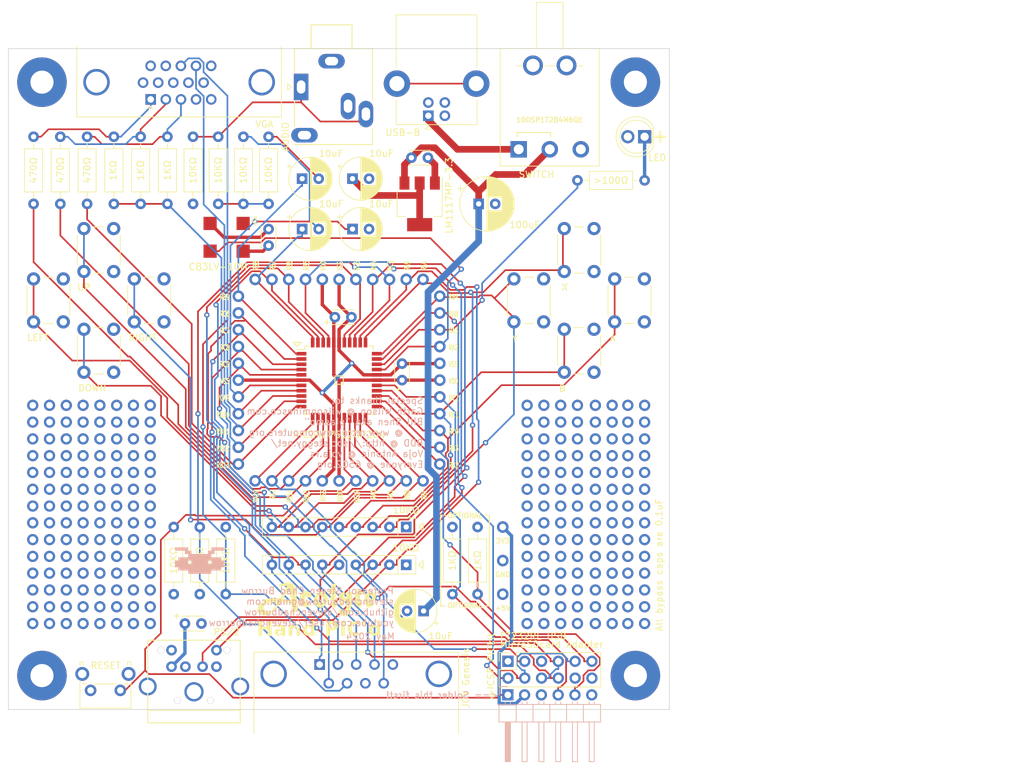
<source format=kicad_pcb>
(kicad_pcb (version 20221018) (generator pcbnew)
  (layers (0 "F.Cu" signal) (1 "In1.Cu" signal) (2 "In2.Cu" signal) (31 "B.Cu" signal) (34 "B.Paste" user) (35 "F.Paste" user) (36 "B.SilkS" user "B.Silkscreen") (37 "F.SilkS" user "F.Silkscreen") (38 "B.Mask" user) (39 "F.Mask" user) (44 "Edge.Cuts" user))
  (net 0 "")
  (net 1 "VCAP")
  (net 2 "GND")
  (net 3 "+5V")
  (net 4 "AUDIO-SOURCE-B")
  (net 5 "AUDIO-NEG-B")
  (net 6 "AUDIO-SOURCE-A")
  (net 7 "AUDIO-NEG-A")
  (net 8 "+3V3")
  (net 9 "~{MCLR}")
  (net 10 "ICSP-DAT")
  (net 11 "ICSP-CLK")
  (net 12 "PS2-DAT")
  (net 14 "PS2-CLK")
  (net 16 "JOY-UP")
  (net 17 "JOY-DOWN")
  (net 18 "JOY-LEFT")
  (net 19 "JOY-RIGHT")
  (net 20 "JOY-BUTTON1")
  (net 21 "JOY-SELECT")
  (net 22 "JOY-BUTTON2")
  (net 23 "POWER-INPUT")
  (net 26 "unconnected-(J4-Shield-Pad5)")
  (net 27 "RED")
  (net 28 "GREEN")
  (net 29 "BLUE")
  (net 34 "H-SYNC")
  (net 35 "V-SYNC")
  (net 37 "AUDIO-OUT")
  (net 38 "SPI-MOSI{slash}RX")
  (net 39 "SPI-CLK{slash}TX")
  (net 40 "SPI-CS")
  (net 41 "SPI-MISO{slash}INT")
  (net 42 "CLK-EN")
  (net 43 "AUDIO-COMBINED")
  (net 44 "PIX-RED")
  (net 45 "PIX-GREEN")
  (net 46 "PIX-BLUE")
  (net 47 "PIX-INTENSITY")
  (net 48 "LED")
  (net 50 "MCLK")
  (net 51 "LED-MID")
  (net 193 "BUTTON-UP")
  (net 194 "BUTTON-DOWN")
  (net 195 "BUTTON-LEFT")
  (net 196 "BUTTON-RIGHT")
  (net 197 "BUTTON-A")
  (net 198 "BUTTON-B")
  (net 283 "BUTTON-X")
  (net 285 "CTS")
  (net 286 "DTR")
  (net 287 "BUTTON-Y")
  (footprint "Connector_Dsub:DSUB-9_Male_Horizontal_P2.77x2.84mm_EdgePinOffset7.70mm_Housed_MountingHolesOffset9.12mm" (layer "F.Cu") (at 110.592 156.695)
    (fp_text reference "J3" hide)
    (fp_text value "DE9_Plug" hide)
  )
  (footprint "JustPIC:BIGJack_3.5mm_Ledino_KB3SPRS_Horizontal" (layer "F.Cu") (at 107.795 69.305 -90)
    (fp_text reference "J6" hide)
    (fp_text value "AudioJack3" hide)
  )
  (footprint "Resistor_THT:R_Axial_DIN0207_L6.3mm_D2.5mm_P10.16mm_Horizontal" (layer "F.Cu") (at 102.87 86.995 90)
    (fp_text reference "R6" hide)
    (fp_text value "R_US" hide)
  )
  (footprint "JustPIC:HandPickedTitle" (layer "F.Cu") (at 110.49 151.765)
    (fp_text reference "G102" hide)
    (fp_text value "LOGO" hide)
  )
  (footprint "Resistor_THT:R_Axial_DIN0207_L6.3mm_D2.5mm_P10.16mm_Horizontal" (layer "F.Cu") (at 79.46 86.995 90)
    (fp_text reference "R11" hide)
    (fp_text value "R_US" hide)
  )
  (footprint "JustPIC:TestPointStdTHT" (layer "F.Cu") (at 103.378 128.905)
    (fp_text reference "TP17" hide)
    (fp_text value "TestPoint" hide)
  )
  (footprint "Resistor_THT:R_Axial_DIN0207_L6.3mm_D2.5mm_P10.16mm_Horizontal" (layer "F.Cu") (at 67.31 86.995 90)
    (fp_text reference "R8" hide)
    (fp_text value "R_US" hide)
  )
  (footprint "Resistor_THT:R_Axial_DIN0207_L6.3mm_D2.5mm_P10.16mm_Horizontal" (layer "F.Cu") (at 87.56 86.995 90)
    (fp_text reference "R13" hide)
    (fp_text value "R_US" hide)
  )
  (footprint "Resistor_THT:R_Axial_DIN0207_L6.3mm_D2.5mm_P10.16mm_Horizontal" (layer "F.Cu") (at 92.456 135.89 -90)
    (fp_text reference "R17" hide)
    (fp_text value "R_US" hide)
  )
  (footprint "Button_Switch_THT:SW_PUSH_6mm_H5mm" (layer "F.Cu") (at 67.31 104.85 90)
    (fp_text reference "SW5" hide)
    (fp_text value "SW_Push" hide)
  )
  (footprint "Capacitor_THT:C_Disc_D3.0mm_W2.0mm_P2.50mm" (layer "F.Cu") (at 92.71 150.495 180)
    (fp_text reference "C7" hide)
    (fp_text value "C_Small" hide)
  )
  (footprint "JustPIC:TestPointStdTHT" (layer "F.Cu") (at 128.778 113.665)
    (fp_text reference "TP32" hide)
    (fp_text value "TestPoint" hide)
  )
  (footprint "Capacitor_THT:CP_Radial_D6.3mm_P2.50mm" (layer "F.Cu") (at 107.95 90.805)
    (fp_text reference "C3" hide)
    (fp_text value "C_Polarized_Small_US" hide)
  )
  (footprint "JustPIC:TestPointStdTHT" (layer "F.Cu") (at 121.158 128.905)
    (fp_text reference "TP24" hide)
    (fp_text value "TestPoint" hide)
  )
  (footprint "JustPIC:TestPointStdTHT" (layer "F.Cu") (at 128.778 116.205)
    (fp_text reference "TP31" hide)
    (fp_text value "TestPoint" hide)
  )
  (footprint "Oscillator:Oscillator_SMD_EuroQuartz_XO91-4Pin_7.0x5.0mm" (layer "F.Cu") (at 96.52 92.055 180)
    (fp_text reference "X1" hide)
    (fp_text value "CB3LV" hide)
  )
  (footprint "Resistor_THT:R_Axial_DIN0207_L6.3mm_D2.5mm_P10.16mm_Horizontal" (layer "F.Cu") (at 83.51 86.995 90)
    (fp_text reference "R12" hide)
    (fp_text value "R_US" hide)
  )
  (footprint "JustPIC:TestPointStdTHT" (layer "F.Cu") (at 108.458 128.905)
    (fp_text reference "TP19" hide)
    (fp_text value "TestPoint" hide)
  )
  (footprint "HandPICd2:BLANK-PinHeader_2x14_P2.54mm_Vertical" (layer "F.Cu") (at 67.183 117.475)
    (fp_text reference "J17" hide)
    (fp_text value "Conn_02x14_Odd_Even" hide)
  )
  (footprint "JustPIC:TestPointStdTHT" (layer "F.Cu") (at 138.303 146.05)
    (fp_text reference "TP50" hide)
    (fp_text value "TestPoint" hide)
  )
  (footprint "HandPICd2:BLANK-PinHeader_2x14_P2.54mm_Vertical" (layer "F.Cu") (at 72.263 117.475)
    (fp_text reference "J10" hide)
    (fp_text value "Conn_02x14_Odd_Even" hide)
  )
  (footprint "JustPIC:ScrewHole-4-40" (layer "F.Cu") (at 68.58 158.369)
    (fp_text reference "TP4" hide)
    (fp_text value "TestPoint" hide)
  )
  (footprint "JustPIC:TestPointStdTHT" (layer "F.Cu") (at 128.778 111.125)
    (fp_text reference "TP33" hide)
    (fp_text value "TestPoint" hide)
  )
  (footprint "JustPIC:TestPointStdTHT" (layer "F.Cu") (at 128.778 100.965)
    (fp_text reference "TP37" hide)
    (fp_text value "TestPoint" hide)
  )
  (footprint "JustPIC:TestPointStdTHT" (layer "F.Cu") (at 98.298 106.045 90)
    (fp_text reference "TP7" hide)
    (fp_text value "TestPoint" hide)
  )
  (footprint "Capacitor_THT:CP_Radial_D6.3mm_P2.50mm" (layer "F.Cu") (at 115.57 83.185)
    (fp_text reference "C6" hide)
    (fp_text value "C_Polarized_Small_US" hide)
  )
  (footprint "JustPIC:TestPointStdTHT" (layer "F.Cu") (at 128.778 108.585)
    (fp_text reference "TP34" hide)
    (fp_text value "TestPoint" hide)
  )
  (footprint "JustPIC:TestPointStdTHT" (layer "F.Cu") (at 110.998 128.905)
    (fp_text reference "TP20" hide)
    (fp_text value "TestPoint" hide)
  )
  (footprint "JustPIC:TestPointStdTHT" (layer "F.Cu") (at 128.778 103.505)
    (fp_text reference "TP36" hide)
    (fp_text value "TestPoint" hide)
  )
  (footprint "JustPIC:TestPointStdTHT" (layer "F.Cu") (at 98.298 113.665)
    (fp_text reference "TP10" hide)
    (fp_text value "TestPoint" hide)
  )
  (footprint "JustPIC:TestPointStdTHT" (layer "F.Cu") (at 105.918 128.905)
    (fp_text reference "TP18" hide)
    (fp_text value "TestPoint" hide)
  )
  (footprint "JustPIC:ScrewHole-4-40" (layer "F.Cu") (at 158.369 68.58)
    (fp_text reference "TP2" hide)
    (fp_text value "TestPoint" hide)
  )
  (footprint "Resistor_THT:R_Axial_DIN0207_L6.3mm_D2.5mm_P10.16mm_Horizontal" (layer "F.Cu") (at 71.36 86.995 90)
    (fp_text reference "R9" hide)
    (fp_text value "R_US" hide)
  )
  (footprint "Button_Switch_THT:SW_Tactile_SPST_Angled_PTS645Vx83-2LFS" (layer "F.Cu") (at 80.436 160.605 180)
    (fp_text reference "SW1" hide)
    (fp_text value "SW_Push" hide)
  )
  (footprint "JustPIC:TestPointStdTHT" (layer "F.Cu") (at 123.698 128.905)
    (fp_text reference "TP25" hide)
    (fp_text value "TestPoint" hide)
  )
  (footprint "JustPIC:TestPointStdTHT" (layer "F.Cu") (at 116.078 98.425)
    (fp_text reference "TP42" hide)
    (fp_text value "TestPoint" hide)
  )
  (footprint "JustPIC:AcolyteTitle" (layer "F.Cu") (at 110.49 146.685)
    (fp_text reference "G101" hide)
    (fp_text value "LOGO" hide)
  )
  (footprint "JustPIC:TestPointStdTHT" (layer "F.Cu") (at 128.778 118.745)
    (fp_text reference "TP30" hide)
    (fp_text value "TestPoint" hide)
  )
  (footprint "Capacitor_THT:C_Disc_D3.0mm_W2.0mm_P2.50mm" (layer "F.Cu") (at 102.87 90.805 -90)
    (fp_text reference "C28" hide)
    (fp_text value "C_Small" hide)
  )
  (footprint "JustPIC:TestPointStdTHT" (layer "F.Cu") (at 100.838 98.425)
    (fp_text reference "TP48" hide)
    (fp_text value "TestPoint" hide)
  )
  (footprint "Capacitor_THT:CP_Radial_D6.3mm_P2.50mm" (layer "F.Cu") (at 126.325 148.59 180)
    (fp_text reference "C8" hide)
    (fp_text value "C_Polarized_Small_US" hide)
  )
  (footprint "JustPIC:CustomLED" (layer "F.Cu") (at 159.766 76.835 180)
    (fp_text reference "D1" hide)
    (fp_text value "LED" hide)
  )
  (footprint "JustPIC:TestPointStdTHT" (layer "F.Cu") (at 113.538 128.905)
    (fp_text reference "TP21" hide)
    (fp_text value "TestPoint" hide)
  )
  (footprint "Resistor_THT:R_Axial_DIN0207_L6.3mm_D2.5mm_P10.16mm_Horizontal" (layer "F.Cu") (at 95.25 76.835 -90)
    (fp_text reference "R3" hide)
    (fp_text value "R_US" hide)
  )
  (footprint "JustPIC:TestPointStdTHT" (layer "F.Cu") (at 116.078 128.905)
    (fp_text reference "TP22" hide)
    (fp_text value "TestPoint" hide)
  )
  (footprint "JustPIC:TestPointStdTHT" (layer "F.Cu") (at 98.298 111.125)
    (fp_text reference "TP9" hide)
    (fp_text value "TestPoint" hide)
  )
  (footprint "JustPIC:TestPointStdTHT" (layer "F.Cu") (at 98.298 108.585 90)
    (fp_text reference "TP8" hide)
    (fp_text value "TestPoint" hide)
  )
  (footprint "Capacitor_THT:C_Disc_D3.0mm_W2.0mm_P2.50mm" (layer "F.Cu") (at 126.98 80.01 180)
    (fp_text reference "C5" hide)
    (fp_text value "C_Small" hide)
  )
  (footprint "JustPIC:TestPointStdTHT" (layer "F.Cu") (at 110.998 98.425)
    (fp_text reference "TP44" hide)
    (fp_text value "TestPoint" hide)
  )
  (footprint "Button_Switch_THT:SW_PUSH_6mm_H5mm" (layer "F.Cu") (at 147.61 97.23 90)
    (fp_text reference "SW9" hide)
    (fp_text value "SW_Push" hide)
  )
  (footprint "HandPICd2:BLANK-PinHeader_2x14_P2.54mm_Vertical" (layer "F.Cu") (at 157.226 117.475)
    (fp_text reference "J16" hide)
    (fp_text value "Conn_02x14_Odd_Even" hide)
  )
  (footprint "JustPIC:DSUB-15-HD_Female_Horizontal_P2.29x2.54mm_VGA" (layer "F.Cu") (at 85.02 71.1924 180)
    (fp_text reference "J5" hide)
    (fp_text value "DE15_Receptacle_HighDensity" hide)
  )
  (footprint "Resistor_THT:R_Array_SIP9" (layer "F.Cu") (at 123.698 135.89 180)
    (fp_text reference "RN2" hide)
    (fp_text value "R_Network08_US" hide)
  )
  (footprint "JustPIC:TestPointStdTHT" (layer "F.Cu") (at 121.158 98.425)
    (fp_text reference "TP40" hide)
    (fp_text value "TestPoint" hide)
  )
  (footprint "Capacitor_THT:CP_Radial_D6.3mm_P2.50mm" (layer "F.Cu") (at 115.57 90.805)
    (fp_text reference "C1" hide)
    (fp_text value "C_Polarized_Small_US" hide)
  )
  (footprint "JustPIC:TestPointStdTHT" (layer "F.Cu") (at 98.298 126.365)
    (fp_text reference "TP15" hide)
    (fp_text value "TestPoint" hide)
  )
  (footprint "Resistor_THT:R_Axial_DIN0207_L6.3mm_D2.5mm_P10.16mm_Horizontal" (layer "F.Cu") (at 75.41 86.995 90)
    (fp_text reference "R10" hide)
    (fp_text value "R_US" hide)
  )
  (footprint "JustPIC:TestPointStdTHT" (layer "F.Cu") (at 118.618 128.905)
    (fp_text reference "TP23" hide)
    (fp_text value "TestPoint" hide)
  )
  (footprint "JustPIC:TestPointStdTHT" (layer "F.Cu") (at 126.238 98.425)
    (fp_text reference "TP38" hide)
    (fp_text value "TestPoint" hide)
  )
  (footprint "JustPIC:TestPointStdTHT" (layer "F.Cu") (at 100.838 128.905)
    (fp_text reference "TP16" hide)
    (fp_text value "TestPoint" hide)
  )
  (footprint "Button_Switch_THT:SW_PUSH_6mm_H5mm" (layer "F.Cu") (at 147.61 112.47 90)
    (fp_text reference "SW8" hide)
    (fp_text value "SW_Push" hide)
  )
  (footprint "JustPIC:TestPointStdTHT" (layer "F.Cu") (at 98.298 121.285)
    (fp_text reference "TP13" hide)
    (fp_text value "TestPoint" hide)
  )
  (footprint "JustPIC:TestPointStdTHT" (layer "F.Cu") (at 98.298 100.965 90)
    (fp_text reference "TP5" hide)
    (fp_text value "TestPoint" hide)
  )
  (footprint "JustPIC:ScrewHole-4-40" (layer "F.Cu") (at 68.58 68.58)
    (fp_text reference "TP1" hide)
    (fp_text value "TestPoint" hide)
  )
  (footprint "JustPIC:TestPointStdTHT" (layer "F.Cu") (at 113.538 98.425)
    (fp_text reference "TP43" hide)
    (fp_text value "TestPoint" hide)
  )
  (footprint "JustPIC:TestPointStdTHT" (layer "F.Cu") (at 138.303 140.97)
    (fp_text reference "TP49" hide)
    (fp_text value "TestPoint" hide)
  )
  (footprint "Button_Switch_THT:SW_PUSH_6mm_H5mm" (layer "F.Cu") (at 155.23 104.85 90)
    (fp_text reference "SW7" hide)
    (fp_text value "SW_Push" hide)
  )
  (footprint "Connector_USB:USB_B_Lumberg_2411_02_Horizontal" (layer "F.Cu") (at 127.04 73.66 90)
    (fp_text reference "J4" hide)
    (fp_text value "USB_B" hide)
  )
  (footprint "Resistor_THT:R_Axial_DIN0207_L6.3mm_D2.5mm_P10.16mm_Horizontal" (layer "F.Cu") (at 99.06 86.995 90)
    (fp_text reference "R5" hide)
    (fp_text value "R_US" hide)
  )
  (footprint "Resistor_THT:R_Axial_DIN0207_L6.3mm_D2.5mm_P10.16mm_Horizontal" (layer "F.Cu") (at 159.766 83.439 180)
    (fp_text reference "R14" hide)
    (fp_text value "R_US" hide)
  )
  (footprint "JustPIC:TestPointStdTHT" (layer "F.Cu") (at 103.378 98.425)
    (fp_text reference "TP47" hide)
    (fp_text value "TestPoint" hide)
  )
  (footprint "JustPIC:TestPointStdTHT" (layer "F.Cu") (at 138.303 135.89 -90)
    (fp_text reference "TP53" hide)
    (fp_text value "TestPoint" hide)
  )
  (footprint "Button_Switch_THT:SW_PUSH_6mm_H5mm" (layer "F.Cu") (at 82.55 104.85 90)
    (fp_text reference "SW6" hide)
    (fp_text value "SW_Push" hide)
  )
  (footprint "Button_Switch_THT:SW_PUSH_6mm_H5mm" (layer "F.Cu") (at 74.93 112.47 90)
    (fp_text reference "SW4" hide)
    (fp_text value "SW_Push" hide)
  )
  (footprint "JustPIC:TestPointStdTHT" (layer "F.Cu") (at 123.698 98.425)
    (fp_text reference "TP39" hide)
    (fp_text value "TestPoint" hide)
  )
  (footprint "JustPIC:TestPointStdTHT" (layer "F.Cu") (at 126.238 128.905)
    (fp_text reference "TP26" hide)
    (fp_text value "TestPoint" hide)
  )
  (footprint "JustPIC:TestPointStdTHT" (layer "F.Cu") (at 118.618 98.425)
    (fp_text reference "TP41" hide)
    (fp_text value "TestPoint" hide)
  )
  (footprint "HandPICd2:BLANK-PinHeader_2x14_P2.54mm_Vertical" (layer "F.Cu") (at 147.066 117.475)
    (fp_text reference "J14" hide)
    (fp_text value "Conn_02x14_Odd_Even" hide)
  )
  (footprint "HandPICd2:BLANK-PinHeader_2x14_P2.54mm_Vertical" (layer "F.Cu") (at 141.986 117.475)
    (fp_text reference "J13" hide)
    (fp_text value "Conn_02x14_Odd_Even" hide)
  )
  (footprint "JustPIC:TestPointStdTHT" (layer "F.Cu") (at 128.778 126.365)
    (fp_text reference "TP27" hide)
    (fp_text value "TestPoint" hide)
  )
  (footprint "JustPIC:TestPointStdTHT" (layer "F.Cu") (at 128.778 106.045)
    (fp_text reference "TP35" hide)
    (fp_text value "TestPoint" hide)
  )
  (footprint "JustPIC:ScrewHole-4-40" (layer "F.Cu") (at 158.369 158.369)
    (fp_text reference "TP3" hide)
    (fp_text value "TestPoint" hide)
  )
  (footprint "JustPIC:TestPointStdTHT" (layer "F.Cu") (at 128.778 121.285)
    (fp_text reference "TP29" hide)
    (fp_text value "TestPoint" hide)
  )
  (footprint "Capacitor_THT:CP_Radial_D8.0mm_P2.50mm" (layer "F.Cu") (at 134.66 86.995)
    (fp_text reference "C2" hide)
    (fp_text value "C_Polarized_US" hide)
  )
  (footprint "Resistor_THT:R_Axial_DIN0207_L6.3mm_D2.5mm_P10.16mm_Horizontal" (layer "F.Cu") (at 96.393 146.05 90)
    (fp_text reference "R7" hide)
    (fp_text value "R_US" hide)
  )
  (footprint "JustPIC:TestPointStdTHT" (layer "F.Cu") (at 108.458 98.425)
    (fp_text reference "TP45" hide)
    (fp_text value "TestPoint" hide)
  )
  (footprint "Package_TO_SOT_SMD:SOT-223-3_TabPin2" (layer "F.Cu") (at 125.73 86.995 -90)
    (fp_text reference "U2" hide)
    (fp_text value "LM1117MP-3.3" hide)
  )
  (footprint "Capacitor_THT:CP_Radial_D6.3mm_P2.50mm" (layer "F.Cu") (at 107.95 83.185)
    (fp_text reference "C4" hide)
    (fp_text value "C_Polarized_Small_US" hide)
  )
  (footprint "Resistor_THT:R_Axial_DIN0207_L6.3mm_D2.5mm_P10.16mm_Horizontal" (layer "F.Cu") (at 130.683 146.05 90)
    (fp_text reference "R15" hide)
    (fp_text value "R_US" hide)
  )
  (footprint "Connector_PinSocket_2.54mm:PinSocket_2x06_P2.54mm_Vertical" (layer "F.Cu") (at 139.09 156.21 90)
    (fp_text reference "J1" hide)
    (fp_text value "Conn_02x06_Odd_Even" hide)
  )
  (footprint "Button_Switch_THT:SW_PUSH_6mm_H5mm" (layer "F.Cu") (at 139.99 104.85 90)
    (fp_text reference "SW10" hide)
    (fp_text value "SW_Push" hide)
  )
  (footprint "JustPIC:TestPointStdTHT" (layer "F.Cu") (at 98.298 123.825)
    (fp_text reference "TP14" hide)
    (fp_text value "TestPoint" hide)
  )
  (footprint "JustPIC:PS2_Din6" (layer "F.Cu") (at 91.582 159.27 180)
    (fp_text reference "J2" hide)
    (fp_text value "Mini-DIN-6" hide)
  )
  (footprint "Resistor_THT:R_Array_SIP9" (layer "F.Cu") (at 123.698 141.605 180)
    (fp_text reference "RN1" hide)
    (fp_text value "R_Network08_US" hide)
  )
  (footprint "HandPICd2:BLANK-PinHeader_2x14_P2.54mm_Vertical" (layer "F.Cu") (at 77.343 117.475)
    (fp_text reference "J11" hide)
    (fp_text value "Conn_02x14_Odd_Even" hide)
  )
  (footprint "Button_Switch_THT:SW_PUSH_6mm_H5mm" (layer "F.Cu") (at 74.93 97.23 90)
    (fp_text reference "SW2" hide)
    (fp_text value "SW_Push" hide)
  )
  (footprint "Package_QFP:TQFP-44_10x10mm_P0.8mm" (layer "F.Cu") (at 113.538 113.665)
    (fp_text reference "U1" hide)
    (fp_text value "PIC24EP512GP204" hide)
  )
  (footprint "JustPIC:TestPointStdTHT" (layer "F.Cu") (at 98.298 118.745)
    (fp_text reference "TP12" hide)
    (fp_text value "TestPoint" hide)
  )
  (footprint "JustPIC:SPDT-100SP1T2B4M6QE" (layer "F.Cu") (at 145.415 78.74 180)
    (fp_text reference "SW3" hide)
    (fp_text value "SW_SPDT" hide)
  )
  (footprint "JustPIC:TestPointStdTHT" (layer "F.Cu") (at 105.918 98.425)
    (fp_text reference "TP46" hide)
    (fp_text value "TestPoint" hide)
  )
  (footprint "JustPIC:TestPointStdTHT" (layer "F.Cu") (at 98.298 103.505 90)
    (fp_text reference "TP6" hide)
    (fp_text value "TestPoint" hide)
  )
  (footprint "Capacitor_THT:C_Disc_D3.0mm_W2.0mm_P2.50mm" (layer "F.Cu") (at 115.403 104.14 180)
    (fp_text reference "C19" hide)
    (fp_text value "C_Small" hide)
  )
  (footprint "JustPIC:TestPointStdTHT" (layer "F.Cu") (at 128.778 123.825)
    (fp_text reference "TP28" hide)
    (fp_text value "TestPoint" hide)
  )
  (footprint "Capacitor_THT:C_Disc_D3.0mm_W2.0mm_P2.50mm" (layer "F.Cu") (at 123.063 111.165 -90)
    (fp_text reference "C25" hide)
    (fp_text value "C_Small" hide)
  )
  (footprint "Resistor_THT:R_Axial_DIN0207_L6.3mm_D2.5mm_P10.16mm_Horizontal" (layer "F.Cu") (at 91.44 86.995 90)
    (fp_text reference "R2" hide)
    (fp_text value "R_US" hide)
  )
  (footprint "JustPIC:TestPointStdTHT" (layer "F.Cu") (at 98.298 116.205)
    (fp_text reference "TP11" hide)
    (fp_text value "TestPoint" hide)
  )
  (footprint "HandPICd2:BLANK-PinHeader_2x14_P2.54mm_Vertical" (layer "F.Cu") (at 82.423 117.475)
    (fp_text reference "J12" hide)
    (fp_text value "Conn_02x14_Odd_Even" hide)
  )
  (footprint "HandPICd2:BLANK-PinHeader_2x14_P2.54mm_Vertical" (layer "F.Cu") (at 152.316 117.475)
    (fp_text reference "J15" hide)
    (fp_text value "Conn_02x14_Odd_Even" hide)
  )
  (footprint "Resistor_THT:R_Axial_DIN0207_L6.3mm_D2.5mm_P10.16mm_Horizontal" (layer "F.Cu") (at 88.519 135.89 -90)
    (fp_text reference "R1" hide)
    (fp_text value "R_US" hide)
  )
  (footprint "Resistor_THT:R_Axial_DIN0207_L6.3mm_D2.5mm_P10.16mm_Horizontal" (layer "F.Cu") (at 134.493 146.05 90)
    (fp_text reference "R4" hide)
    (fp_text value "R_US" hide)
  )
  (footprint "Connector_PinHeader_2.54mm:PinHeader_1x06_P2.54mm_Horizontal" (layer "B.Cu") (at 139.065 161.29 -90)
    (fp_text reference "J18" hide)
    (fp_text value "Conn_01x06" hide)
  )
  (footprint "Library:Mystery" (layer "B.Cu") (at 92.456 140.97 180)
    (fp_text reference "G103" hide)
    (fp_text value "LOGO" hide)
  )
  (gr_line (start 136.271 145.542) (end 136.271 134.112) (stroke (width 0.15)) (layer "F.SilkS"))
  (gr_line (start 137.16 161.29) (end 136.525 161.925) (stroke (width 0.15)) (layer "F.SilkS"))
  (gr_line (start 100.965 90.17) (end 100.33 89.535) (stroke (width 0.15)) (layer "F.SilkS"))
  (gr_line (start 136.271 147.828) (end 136.271 145.542) (stroke (width 0.15)) (layer "F.SilkS"))
  (gr_line (start 128.905 134.112) (end 128.905 136.398) (stroke (width 0.15)) (layer "F.SilkS"))
  (gr_line (start 140.462 76.835) (end 140.462 76.2) (stroke (width 0.15)) (layer "F.SilkS"))
  (gr_line (start 135.509 147.828) (end 136.271 147.828) (stroke (width 0.15)) (layer "F.SilkS"))
  (gr_line (start 140.462 76.2) (end 145.542 76.2) (stroke (width 0.15)) (layer "F.SilkS"))
  (gr_line (start 112.903 114.3) (end 114.173 114.3) (stroke (width 0.15)) (layer "F.SilkS"))
  (gr_line (start 136.525 160.655) (end 137.16 161.29) (stroke (width 0.15)) (layer "F.SilkS"))
  (gr_line (start 125.603 135.89) (end 126.238 135.255) (stroke (width 0.15)) (layer "F.SilkS"))
  (gr_line (start 126.238 135.255) (end 126.238 136.525) (stroke (width 0.15)) (layer "F.SilkS"))
  (gr_line (start 107.823 107.95) (end 107.188 108.585) (stroke (width 0.15)) (layer "F.SilkS"))
  (gr_line (start 136.525 161.925) (end 136.525 160.655) (stroke (width 0.15)) (layer "F.SilkS"))
  (gr_line (start 128.905 136.398) (end 128.905 147.828) (stroke (width 0.15)) (layer "F.SilkS"))
  (gr_line (start 145.542 76.2) (end 145.542 76.835) (stroke (width 0.15)) (layer "F.SilkS"))
  (gr_line (start 100.33 89.535) (end 100.965 88.9) (stroke (width 0.15)) (layer "F.SilkS"))
  (gr_line (start 114.173 114.3) (end 114.173 113.03) (stroke (width 0.15)) (layer "F.SilkS"))
  (gr_line (start 126.238 142.24) (end 125.603 141.605) (stroke (width 0.15)) (layer "F.SilkS"))
  (gr_line (start 126.238 136.525) (end 125.603 135.89) (stroke (width 0.15)) (layer "F.SilkS"))
  (gr_line (start 100.965 88.9) (end 100.965 90.17) (stroke (width 0.15)) (layer "F.SilkS"))
  (gr_line (start 125.603 141.605) (end 126.238 140.97) (stroke (width 0.15)) (layer "F.SilkS"))
  (gr_line (start 129.667 134.112) (end 128.905 134.112) (stroke (width 0.15)) (layer "F.SilkS"))
  (gr_line (start 114.173 113.03) (end 112.903 113.03) (stroke (width 0.15)) (layer "F.SilkS"))
  (gr_line (start 126.238 140.97) (end 126.238 142.24) (stroke (width 0.15)) (layer "F.SilkS"))
  (gr_line (start 107.188 108.585) (end 106.553 107.95) (stroke (width 0.15)) (layer "F.SilkS"))
  (gr_line (start 128.905 147.828) (end 129.667 147.828) (stroke (width 0.15)) (layer "F.SilkS"))
  (gr_line (start 106.553 107.95) (end 107.823 107.95) (stroke (width 0.15)) (layer "F.SilkS"))
  (gr_line (start 136.271 134.112) (end 135.509 134.112) (stroke (width 0.15)) (layer "F.SilkS"))
  (gr_line (start 112.903 113.03) (end 112.903 114.3) (stroke (width 0.15)) (layer "F.SilkS"))
  (gr_line (start 63.5 163.5) (end 163.5 163.5) (stroke (width 0.1)) (layer "Edge.Cuts"))
  (gr_line (start 163.5 63.5) (end 63.5 63.5) (stroke (width 0.1)) (layer "Edge.Cuts"))
  (gr_line (start 163.5 163.5) (end 163.5 63.5) (stroke (width 0.1)) (layer "Edge.Cuts"))
  (gr_line (start 63.5 63.5) (end 63.5 163.5) (stroke (width 0.1)) (layer "Edge.Cuts"))
  (gr_text "<== Solder this first!" (at 137.795 161.925) (layer "B.SilkS") (effects (font (size 1 1)) (justify left bottom mirror)))
  (gr_text "Special thanks to:\nGarth Wilson @ wilsonminesco.com\nBill Shen aka {dblquote}plasmo{dblquote} \n    @ www.retrobrewcomputers.org\nBDD @ http://sbc.steggy.net/\nVoja Antonic @ voja.rs\nEveryone @ 6502.org\n" (at 126.365 127) (layer "B.SilkS") (effects (font (size 1 1)) (justify left bottom mirror)))
  (gr_text "May 2024" (at 122.047 153.035) (layer "B.SilkS") (effects (font (size 1 1)) (justify left bottom mirror)))
  (gr_text "Professor Steven Chad Burrow\nstevenchadburrow@gmail.com\ngithub.com/stevenchadburrow\nyoutube.com/user/stevenchadburrow" (at 121.92 147.955) (layer "B.SilkS") (effects (font (size 1 1)) (justify left mirror)))
  (gr_text "GND" (at 138.303 143.51) (layer "F.SilkS") (effects (font (size 0.75 0.75)) (justify bottom)))
  (gr_text "+5V" (at 138.303 148.59) (layer "F.SilkS") (effects (font (size 0.75 0.75)) (justify bottom)))
  (gr_text "+" (at 110.998 105.41) (layer "F.SilkS") (effects (font (size 1 1)) (justify left bottom)))
  (gr_text "OPTIONAL" (at 132.588 134.62) (layer "F.SilkS") (effects (font (size 0.75 0.75)) (justify bottom)))
  (gr_text "+" (at 88.265 149.86) (layer "F.SilkS") (effects (font (size 1 1)) (justify left bottom)))
  (gr_text "+" (at 121.793 115.57) (layer "F.SilkS") (effects (font (size 1 1)) (justify left bottom)))
  (gr_text "RA10\n\nRA7\n\nRB14\n\nRB15\n\nAVSS\n\nAVDD\n\nMCLR\n\nRA0\n\nRA1\n\nRB0\n\nRB1" (at 126.873 130.175 90) (layer "F.SilkS") (effects (font (size 0.79 0.5) (thickness 0.125)) (justify right bottom)))
  (gr_text "OPTIONAL" (at 132.588 148.209) (layer "F.SilkS") (effects (font (size 0.75 0.75)) (justify bottom)))
  (gr_text "3V3" (at 138.303 138.43) (layer "F.SilkS") (effects (font (size 0.75 0.75)) (justify bottom)))
  (gr_text "RB9\n\nRC6\n\nRC7\n\nRC8\n\nRC9\n\nVSS\n\nVCAP\n\nRB10\n\nRB11\n\nRB12\n\nRB13" (at 97.028 127) (layer "F.SilkS") (effects (font (size 0.79 0.5) (thickness 0.125)) (justify right bottom)))
  (gr_text "RB4\n\nRA8\n\nRA3\n\nRA2\n\nVSS\n\nVDD\n\nRC2\n\nRC1\n\nRC0\n\nRB3\n\nRB2" (at 130.048 127) (layer "F.SilkS") (effects (font (size 0.79 0.5) (thickness 0.125)) (justify left bottom)))
  (gr_text "RB8\n\nRB7\n\nRB6\n\nRB5\n\nVDD\n\nVSS\n\nRC5\n\nRC4\n\nRC3\n\nRA9\n\nRA4" (at 126.873 97.155 90) (layer "F.SilkS") (effects (font (size 0.79 0.5) (thickness 0.125)) (justify left bottom)))
  (gr_text "All bypass caps are 0.1uF" (at 162.56 151.765 90) (layer "F.SilkS") (effects (font (size 1 1)) (justify left bottom)))
  (gr_text "+" (at 163.576 75.819 180) (layer "F.SilkS") (effects (font (size 2 2) (thickness 0.3)) (justify left bottom)))
  (segment (start 100.7679 89.6654) (end 113.3051 89.6654) (width 0.25) (layer "F.Cu") (net 1))
  (segment (start 100.038 114.465) (end 98.298 116.205) (width 0.25) (layer "F.Cu") (net 1))
  (segment (start 107.838 114.465) (end 100.038 114.465) (width 0.25) (layer "F.Cu") (net 1))
  (segment (start 113.3051 89.6654) (end 114.4447 90.805) (width 0.25) (layer "F.Cu") (net 1))
  (segment (start 115.57 90.805) (end 114.4447 90.805) (width 0.25) (layer "F.Cu") (net 1))
  (via (at 100.7679 89.6654) (size 0.8) (drill 0.4) (layers "F.Cu" "B.Cu") (net 1))
  (segment (start 97.0931 93.3402) (end 100.7679 89.6654) (width 0.25) (layer "B.Cu") (net 1))
  (segment (start 98.298 116.205) (end 97.0931 115.0001) (width 0.25) (layer "B.Cu") (net 1))
  (segment (start 97.0931 115.0001) (end 97.0931 93.3402) (width 0.25) (layer "B.Cu") (net 1))
  (segment (start 113.538 109.159) (end 113.538 107.965) (width 0.508) (layer "F.Cu") (net 2))
  (segment (start 94.02 89.955) (end 96.12 92.055) (width 0.508) (layer "F.Cu") (net 2))
  (segment (start 113.538 98.425) (end 113.538 102.275) (width 0.508) (layer "F.Cu") (net 2))
  (segment (start 101.62 92.055) (end 102.87 90.805) (width 0.508) (layer "F.Cu") (net 2))
  (segment (start 115.443 111.064) (end 113.538 109.159) (width 0.508) (layer "F.Cu") (net 2))
  (segment (start 128.03 83.845) (end 128.03 81.06) (width 1.016) (layer "F.Cu") (net 2))
  (segment (start 107.838 113.665) (end 98.298 113.665) (width 0.508) (layer "F.Cu") (net 2))
  (segment (start 113.538 107.965) (end 113.538 106.005) (width 0.508) (layer "F.Cu") (net 2))
  (segment (start 112.738 117.307) (end 111.001 115.57) (width 0.508) (layer "F.Cu") (net 2))
  (segment (start 111.001 115.57) (end 110.998 115.57) (width 0.508) (layer "F.Cu") (net 2))
  (segment (start 112.738 119.365) (end 112.738 117.307) (width 0.508) (layer "F.Cu") (net 2))
  (segment (start 115.443 111.125) (end 115.504 111.125) (width 0.508) (layer "F.Cu") (net 2))
  (segment (start 113.538 102.275) (end 115.403 104.14) (width 0.508) (layer "F.Cu") (net 2))
  (segment (start 128.03 81.06) (end 126.98 80.01) (width 1.016) (layer "F.Cu") (net 2))
  (segment (start 96.12 92.055) (end 101.62 92.055) (width 0.508) (layer "F.Cu") (net 2))
  (segment (start 121.363 112.865) (end 123.063 111.165) (width 0.508) (layer "F.Cu") (net 2))
  (segment (start 113.538 106.005) (end 115.403 104.14) (width 0.508) (layer "F.Cu") (net 2))
  (segment (start 112.738 119.365) (end 112.738 127.165) (width 0.508) (layer "F.Cu") (net 2))
  (segment (start 123.063 111.165) (end 128.738 111.165) (width 0.508) (layer "F.Cu") (net 2))
  (segment (start 112.738 127.165) (end 110.998 128.905) (width 0.508) (layer "F.Cu") (net 2))
  (segment (start 119.238 112.865) (end 121.363 112.865) (width 0.508) (layer "F.Cu") (net 2))
  (segment (start 117.244 112.865) (end 119.238 112.865) (width 0.508) (layer "F.Cu") (net 2))
  (segment (start 110.998 115.567) (end 109.096 113.665) (width 0.508) (layer "F.Cu") (net 2))
  (segment (start 110.998 115.57) (end 110.998 115.567) (width 0.508) (layer "F.Cu") (net 2))
  (segment (start 115.504 111.125) (end 117.244 112.865) (width 0.508) (layer "F.Cu") (net 2))
  (segment (start 115.443 111.125) (end 115.443 111.064) (width 0.508) (layer "F.Cu") (net 2))
  (segment (start 109.096 113.665) (end 107.838 113.665) (width 0.508) (layer "F.Cu") (net 2))
  (via (at 110.998 115.57) (size 0.8) (drill 0.4) (layers "F.Cu" "B.Cu") (net 2))
  (via (at 115.443 111.125) (size 0.8) (drill 0.4) (layers "F.Cu" "B.Cu") (net 2))
  (segment (start 110.998 115.57) (end 115.443 111.125) (width 0.508) (layer "B.Cu") (net 2))
  (segment (start 134.66 85.13) (end 137.24 82.55) (width 1.016) (layer "F.Cu") (net 3))
  (segment (start 128.032 78.502) (end 134.66 85.13) (width 1.016) (layer "F.Cu") (net 3))
  (segment (start 137.24 82.55) (end 141.605 82.55) (width 1.016) (layer "F.Cu") (net 3))
  (segment (start 123.43 81.06) (end 124.48 80.01) (width 1.016) (layer "F.Cu") (net 3))
  (segment (start 141.605 82.55) (end 145.415 78.74) (width 1.016) (layer "F.Cu") (net 3))
  (segment (start 123.43 83.845) (end 123.43 81.06) (width 1.016) (layer "F.Cu") (net 3))
  (segment (start 124.48 80.01) (end 125.988 78.502) (width 1.016) (layer "F.Cu") (net 3))
  (segment (start 125.988 78.502) (end 128.032 78.502) (width 1.016) (layer "F.Cu") (net 3))
  (segment (start 134.66 85.13) (end 134.66 86.995) (width 1.016) (layer "F.Cu") (net 3))
  (segment (start 127 100.33) (end 127 127) (width 1.016) (layer "B.Cu") (net 3))
  (segment (start 88.182 157.02) (end 90.21 154.992) (width 0.508) (layer "B.Cu") (net 3))
  (segment (start 134.66 86.995) (end 134.66 92.67) (width 1.016) (layer "B.Cu") (net 3))
  (segment (start 134.66 86.955) (end 134.66 86.995) (width 1.016) (layer "B.Cu") (net 3))
  (segment (start 127 127) (end 128.27 128.27) (width 1.016) (layer "B.Cu") (net 3))
  (segment (start 90.21 154.992) (end 90.21 150.495) (width 0.508) (layer "B.Cu") (net 3))
  (segment (start 134.66 92.67) (end 127 100.33) (width 1.016) (layer "B.Cu") (net 3))
  (segment (start 128.27 128.27) (end 128.27 146.645) (width 1.016) (layer "B.Cu") (net 3))
  (segment (start 128.27 146.645) (end 126.325 148.59) (width 1.016) (layer "B.Cu") (net 3))
  (segment (start 109.538 107.965) (end 109.538 107.125) (width 0.25) (layer "F.Cu") (net 4))
  (segment (start 109.538 107.125) (end 100.838 98.425) (width 0.25) (layer "F.Cu") (net 4))
  (segment (start 107.3327 91.9303) (end 107.95 91.9303) (width 0.25) (layer "B.Cu") (net 4))
  (segment (start 107.95 90.805) (end 107.95 91.9303) (width 0.25) (layer "B.Cu") (net 4))
  (segment (start 100.838 98.425) (end 107.3327 91.9303) (width 0.25) (layer "B.Cu") (net 4))
  (segment (start 101.3106 77.9603) (end 100.1853 76.835) (width 0.25) (layer "B.Cu") (net 5))
  (segment (start 109.0754 89.4304) (end 109.0754 82.2212) (width 0.25) (layer "B.Cu") (net 5))
  (segment (start 104.8145 77.9603) (end 101.3106 77.9603) (width 0.25) (layer "B.Cu") (net 5))
  (segment (start 99.06 76.835) (end 100.1853 76.835) (width 0.25) (layer "B.Cu") (net 5))
  (segment (start 110.45 90.805) (end 109.0754 89.4304) (width 0.25) (layer "B.Cu") (net 5))
  (segment (start 109.0754 82.2212) (end 104.8145 77.9603) (width 0.25) (layer "B.Cu") (net 5))
  (segment (start 106.998 109.665) (end 98.298 100.965) (width 0.25) (layer "F.Cu") (net 6))
  (segment (start 107.838 109.665) (end 106.998 109.665) (width 0.25) (layer "F.Cu") (net 6))
  (segment (start 107.95 83.185) (end 107.95 84.3103) (width 0.25) (layer "B.Cu") (net 6))
  (segment (start 98.298 100.965) (end 98.298 93.7705) (width 0.25) (layer "B.Cu") (net 6))
  (segment (start 98.298 93.7705) (end 107.7582 84.3103) (width 0.25) (layer "B.Cu") (net 6))
  (segment (start 107.7582 84.3103) (end 107.95 84.3103) (width 0.25) (layer "B.Cu") (net 6))
  (segment (start 104.1 76.835) (end 102.87 76.835) (width 0.25) (layer "F.Cu") (net 7))
  (segment (start 110.45 83.185) (end 104.1 76.835) (width 0.25) (layer "F.Cu") (net 7))
  (segment (start 113.538 113.665) (end 113.538 119.365) (width 0.508) (layer "F.Cu") (net 8))
  (segment (start 123.063 113.665) (end 128.778 113.665) (width 0.508) (layer "F.Cu") (net 8))
  (segment (start 112.738 107.965) (end 112.738 112.865) (width 0.508) (layer "F.Cu") (net 8))
  (segment (start 102.02 94.155) (end 102.87 93.305) (width 0.508) (layer "F.Cu") (net 8))
  (segment (start 110.998 102.235) (end 112.903 104.14) (width 0.508) (layer "F.Cu") (net 8))
  (segment (start 125.73 85.725) (end 125.73 90.145) (width 1.016) (layer "F.Cu") (net 8))
  (segment (start 112.738 104.305) (end 112.903 104.14) (width 0.508) (layer "F.Cu") (net 8))
  (segment (start 125.73 85.725) (end 118.11 85.725) (width 1.016) (layer "F.Cu") (net 8))
  (segment (start 118.11 85.725) (end 115.57 83.185) (width 1.016) (layer "F.Cu") (net 8))
  (segment (start 113.538 119.365) (end 113.538 128.905) (width 0.508) (layer "F.Cu") (net 8))
  (segment (start 110.998 98.425) (end 110.998 102.235) (width 0.508) (layer "F.Cu") (net 8))
  (segment (start 112.738 112.865) (end 113.538 113.665) (width 0.508) (layer "F.Cu") (net 8))
  (segment (start 119.238 113.665) (end 123.063 113.665) (width 0.508) (layer "F.Cu") (net 8))
  (segment (start 125.73 83.845) (end 125.73 85.725) (width 1.016) (layer "F.Cu") (net 8))
  (segment (start 99.02 94.155) (end 102.02 94.155) (width 0.508) (layer "F.Cu") (net 8))
  (segment (start 119.238 113.665) (end 113.538 113.665) (width 0.508) (layer "F.Cu") (net 8))
  (segment (start 112.738 107.965) (end 112.738 104.305) (width 0.508) (layer "F.Cu") (net 8))
  (segment (start 140.369 162.526) (end 141.605 161.29) (width 0.508) (layer "B.Cu") (net 8))
  (segment (start 137.761 162.594) (end 140.369 162.594) (width 0.508) (layer "B.Cu") (net 8))
  (segment (start 140.369 162.594) (end 140.369 162.526) (width 0.508) (layer "B.Cu") (net 8))
  (segment (start 138.303 135.89) (end 139.632 137.219) (width 0.508) (layer "B.Cu") (net 8))
  (segment (start 137.761 154.931) (end 137.761 162.594) (width 0.508) (layer "B.Cu") (net 8))
  (segment (start 139.632 153.06) (end 137.761 154.931) (width 0.508) (layer "B.Cu") (net 8))
  (segment (start 139.632 137.219) (end 139.632 153.06) (width 0.508) (layer "B.Cu") (net 8))
  (segment (start 81.1683 160.605) (end 84.1931 157.5802) (width 0.25) (layer "F.Cu") (net 9))
  (segment (start 115.7878 128.6148) (end 116.078 128.905) (width 0.25) (layer "F.Cu") (net 9))
  (segment (start 90.3396 134.0694) (end 91.7545 134.0694) (width 0.25) (layer "F.Cu") (net 9))
  (segment (start 114.338 127.165) (end 115.7878 128.6148) (width 0.25) (layer "F.Cu") (net 9))
  (segment (start 93.9382 158.1454) (end 97.5077 161.7149) (width 0.25) (layer "F.Cu") (net 9))
  (segment (start 97.5077 161.7149) (end 137.4648 161.7149) (width 0.25) (layer "F.Cu") (net 9))
  (segment (start 84.1931 157.5802) (end 84.7583 158.1454) (width 0.25) (layer "F.Cu") (net 9))
  (segment (start 91.7545 134.0694) (end 91.8521 134.167) (width 0.25) (layer "F.Cu") (net 9))
  (segment (start 91.8521 134.167) (end 105.107 134.167) (width 0.25) (layer "F.Cu") (net 9))
  (segment (start 84.1931 154.3316) (end 86.5647 151.96) (width 0.25) (layer "F.Cu") (net 9))
  (segment (start 86.5647 137.8443) (end 88.519 135.89) (width 0.25) (layer "F.Cu") (net 9))
  (segment (start 108.8228 130.4512) (end 113.9514 130.4512) (width 0.25) (layer "F.Cu") (net 9))
  (segment (start 113.9514 130.4512) (end 115.7878 128.6148) (width 0.25) (layer "F.Cu") (net 9))
  (segment (start 84.7583 158.1454) (end 93.9382 158.1454) (width 0.25) (layer "F.Cu") (net 9))
  (segment (start 86.5647 151.96) (end 86.5647 137.8443) (width 0.25) (layer "F.Cu") (net 9))
  (segment (start 80.436 160.605) (end 81.1683 160.605) (width 0.25) (layer "F.Cu") (net 9))
  (segment (start 88.519 135.89) (end 90.3396 134.0694) (width 0.25) (layer "F.Cu") (net 9))
  (segment (start 105.107 134.167) (end 108.8228 130.4512) (width 0.25) (layer "F.Cu") (net 9))
  (segment (start 114.338 119.365) (end 114.338 127.165) (width 0.25) (layer "F.Cu") (net 9))
  (segment (start 84.1931 157.5802) (end 84.1931 154.3316) (width 0.25) (layer "F.Cu") (net 9))
  (segment (start 139.065 161.29) (end 137.8897 161.29) (width 0.25) (layer "F.Cu") (net 9))
  (segment (start 137.4648 161.7149) (end 137.8897 161.29) (width 0.25) (layer "F.Cu") (net 9))
  (segment (start 147.8864 159.2806) (end 147.0523 160.1147) (width 0.25) (layer "F.Cu") (net 10))
  (segment (start 139.084 152.9911) (end 145.1877 152.9911) (width 0.25) (layer "F.Cu") (net 10))
  (segment (start 127.508 123.825) (end 128.778 123.825) (width 0.25) (layer "F.Cu") (net 10))
  (segment (start 147.8864 155.6898) (end 147.8864 159.2806) (width 0.25) (layer "F.Cu") (net 10))
  (segment (start 137.1738 152.5408) (end 138.6337 152.5408) (width 0.25) (layer "F.Cu") (net 10))
  (segment (start 120.548 116.865) (end 127.508 123.825) (width 0.25) (layer "F.Cu") (net 10))
  (segment (start 130.683 146.05) (end 137.1738 152.5408) (width 0.25) (layer "F.Cu") (net 10))
  (segment (start 147.0523 160.1147) (end 146.685 160.1147) (width 0.25) (layer "F.Cu") (net 10))
  (segment (start 119.238 116.865) (end 120.548 116.865) (width 0.25) (layer "F.Cu") (net 10))
  (segment (start 145.1877 152.9911) (end 147.8864 155.6898) (width 0.25) (layer "F.Cu") (net 10))
  (segment (start 138.6337 152.5408) (end 139.084 152.9911) (width 0.25) (layer "F.Cu") (net 10))
  (segment (start 146.685 161.29) (end 146.685 160.1147) (width 0.25) (layer "F.Cu") (net 10))
  (segment (start 131.8535 144.8795) (end 130.683 146.05) (width 0.25) (layer "B.Cu") (net 10))
  (segment (start 130.0934 133.082) (end 131.8535 134.8421) (width 0.25) (layer "B.Cu") (net 10))
  (segment (start 128.778 124.5461) (end 130.0934 125.8615) (width 0.25) (layer "B.Cu") (net 10))
  (segment (start 128.778 123.825) (end 128.778 124.5461) (width 0.25) (layer "B.Cu") (net 10))
  (segment (start 130.0934 125.8615) (end 130.0934 133.082) (width 0.25) (layer "B.Cu") (net 10))
  (segment (start 131.8535 134.8421) (end 131.8535 144.8795) (width 0.25) (layer "B.Cu") (net 10))
  (segment (start 140.1612 152.0904) (end 149.3664 152.0904) (width 0.25) (layer "F.Cu") (net 11))
  (segment (start 150.52 159.187) (end 149.5923 160.1147) (width 0.25) (layer "F.Cu") (net 11))
  (segment (start 134.493 142.7539) (end 134.493 146.05) (width 0.25) (layer "F.Cu") (net 11))
  (segment (start 134.493 146.05) (end 134.493 146.4222) (width 0.25) (layer "F.Cu") (net 11))
  (segment (start 120.078 117.665) (end 128.778 126.365) (width 0.25) (layer "F.Cu") (net 11))
  (segment (start 134.493 146.4222) (end 140.1612 152.0904) (width 0.25) (layer "F.Cu") (net 11))
  (segment (start 152.1314 157.5746) (end 151.2644 157.5746) (width 0.25) (layer "F.Cu") (net 11))
  (segment (start 119.238 117.665) (end 120.078 117.665) (width 0.25) (layer "F.Cu") (net 11))
  (segment (start 149.5923 160.1147) (end 149.225 160.1147) (width 0.25) (layer "F.Cu") (net 11))
  (segment (start 149.3664 152.0904) (end 152.999 155.723) (width 0.25) (layer "F.Cu") (net 11))
  (segment (start 150.52 158.319) (end 150.52 159.187) (width 0.25) (layer "F.Cu") (net 11))
  (segment (start 130.3224 138.5833) (end 134.493 142.7539) (width 0.25) (layer "F.Cu") (net 11))
  (segment (start 149.225 161.29) (end 149.225 160.1147) (width 0.25) (layer "F.Cu") (net 11))
  (segment (start 152.999 155.723) (end 152.999 156.707) (width 0.25) (layer "F.Cu") (net 11))
  (segment (start 151.2644 157.5746) (end 150.52 158.319) (width 0.25) (layer "F.Cu") (net 11))
  (segment (start 152.999 156.707) (end 152.1314 157.5746) (width 0.25) (layer "F.Cu") (net 11))
  (via (at 130.3224 138.5833) (size 0.8) (drill 0.4) (layers "F.Cu" "B.Cu") (net 11))
  (segment (start 129.3034 126.8904) (end 129.3034 137.5643) (width 0.25) (layer "B.Cu") (net 11))
  (segment (start 128.778 126.365) (end 129.3034 126.8904) (width 0.25) (layer "B.Cu") (net 11))
  (segment (start 129.3034 137.5643) (end 130.3224 138.5833) (width 0.25) (layer "B.Cu") (net 11))
  (segment (start 125.095 137.916) (end 132.1232 130.8878) (width 0.25) (layer "F.Cu") (net 12))
  (segment (start 130.966351 104.760151) (end 129.7112 103.505) (width 0.25) (layer "F.Cu") (net 12))
  (segment (start 98.3344 149.5183) (end 92.882 154.9707) (width 0.25) (layer "F.Cu") (net 12))
  (segment (start 118.618 141.605) (end 119.7433 141.605) (width 0.25) (layer "F.Cu") (net 12))
  (segment (start 110.7047 149.5183) (end 98.3344 149.5183) (width 0.25) (layer "F.Cu") (net 12))
  (segment (start 92.882 154.9707) (end 92.882 157.02) (width 0.25) (layer "F.Cu") (net 12))
  (segment (start 119.7433 141.605) (end 119.7433 141.3237) (width 0.25) (layer "F.Cu") (net 12))
  (segment (start 119.238 110.465) (end 120.167 110.465) (width 0.25) (layer "F.Cu") (net 12))
  (segment (start 119.7433 141.3237) (end 123.151 137.916) (width 0.25) (layer "F.Cu") (net 12))
  (segment (start 132.1232 130.8878) (end 132.1232 129.9378) (width 0.25) (layer "F.Cu") (net 12))
  (segment (start 123.151 137.916) (end 125.095 137.916) (width 0.25) (layer "F.Cu") (net 12))
  (segment (start 127.127 103.505) (end 128.778 103.505) (width 0.25) (layer "F.Cu") (net 12))
  (segment (start 129.7112 103.505) (end 128.778 103.505) (width 0.25) (layer "F.Cu") (net 12))
  (segment (start 120.167 110.465) (end 127.127 103.505) (width 0.25) (layer "F.Cu") (net 12))
  (segment (start 118.618 141.605) (end 110.7047 149.5183) (width 0.25) (layer "F.Cu") (net 12))
  (via (at 132.1232 129.9378) (size 0.8) (drill 0.4) (layers "F.Cu" "B.Cu") (net 12))
  (via (at 130.966351 104.760151) (size 0.8) (drill 0.4) (layers "F.Cu" "B.Cu") (net 12))
  (segment (start 131.5781 105.3719) (end 131.5781 129.3927) (width 0.25) (layer "B.Cu") (net 12))
  (segment (start 131.5781 129.3927) (end 132.1232 129.9378) (width 0.25) (layer "B.Cu") (net 12))
  (segment (start 130.966351 104.760151) (end 131.5781 105.3719) (width 0.25) (layer "B.Cu") (net 12))
  (segment (start 122.2833 140.9048) (end 123.8732 139.3149) (width 0.25) (layer "F.Cu") (net 14))
  (segment (start 116.738 106.965) (end 123.698 100.005) (width 0.25) (layer "F.Cu") (net 14))
  (segment (start 123.698 99.0054) (end 125.4969 97.2065) (width 0.25) (layer "F.Cu") (net 14))
  (segment (start 120.9898 141.605) (end 112.6261 149.9687) (width 0.25) (layer "F.Cu") (net 14))
  (segment (start 127.5661 97.2065) (end 130.3707 100.0111) (width 0.25) (layer "F.Cu") (net 14))
  (segment (start 121.7207 141.605) (end 121.158 141.605) (width 0.25) (layer "F.Cu") (net 14))
  (segment (start 123.8732 139.3149) (end 124.4305 139.3149) (width 0.25) (layer "F.Cu") (net 14))
  (segment (start 122.2833 141.605) (end 122.2833 140.9048) (width 0.25) (layer "F.Cu") (net 14))
  (segment (start 121.158 141.605) (end 120.9898 141.605) (width 0.25) (layer "F.Cu") (net 14))
  (segment (start 124.4305 139.3149) (end 134.6428 129.1026) (width 0.25) (layer "F.Cu") (net 14))
  (segment (start 132.41 100.0111) (end 132.8576 99.5635) (width 0.25) (layer "F.Cu") (net 14))
  (segment (start 123.698 99.0054) (end 123.698 98.425) (width 0.25) (layer "F.Cu") (net 14))
  (segment (start 125.4969 97.2065) (end 127.5661 97.2065) (width 0.25) (layer "F.Cu") (net 14))
  (segment (start 112.6261 149.9687) (end 99.5333 149.9687) (width 0.25) (layer "F.Cu") (net 14))
  (segment (start 132.8576 99.5635) (end 134.3796 99.5635) (width 0.25) (layer "F.Cu") (net 14))
  (segment (start 130.3707 100.0111) (end 132.41 100.0111) (width 0.25) (layer "F.Cu") (net 14))
  (segment (start 121.7207 141.605) (end 122.2833 141.605) (width 0.25) (layer "F.Cu") (net 14))
  (segment (start 116.738 107.965) (end 116.738 106.965) (width 0.25) (layer "F.Cu") (net 14))
  (segment (start 99.5333 149.9687) (end 94.982 154.52) (width 0.25) (layer "F.Cu") (net 14))
  (segment (start 123.698 100.005) (end 123.698 99.0054) (width 0.25) (layer "F.Cu") (net 14))
  (via (at 134.6428 129.1026) (size 0.8) (drill 0.4) (layers "F.Cu" "B.Cu") (net 14))
  (via (at 134.3796 99.5635) (size 0.8) (drill 0.4) (layers "F.Cu" "B.Cu") (net 14))
  (segment (start 134.6428 119.7931) (end 134.3797 119.53) (width 0.25) (layer "B.Cu") (net 14))
  (segment (start 134.3797 119.53) (end 134.3797 99.5635) (width 0.25) (layer "B.Cu") (net 14))
  (segment (start 134.3797 99.5635) (end 134.3796 99.5635) (width 0.25) (layer "B.Cu") (net 14))
  (segment (start 134.6428 129.1026) (end 134.6428 119.7931) (width 0.25) (layer "B.Cu") (net 14))
  (segment (start 103.518 111.265) (end 98.9464 106.6934) (width 0.25) (layer "F.Cu") (net 16))
  (segment (start 98.9464 106.6934) (end 98.4361 106.6934) (width 0.25) (layer "F.Cu") (net 16))
  (segment (start 107.838 111.265) (end 103.518 111.265) (width 0.25) (layer "F.Cu") (net 16))
  (segment (start 94.4398 110.6897) (end 94.4398 110.8516) (width 0.25) (layer "F.Cu") (net 16))
  (segment (start 98.4361 106.6934) (end 94.4398 110.6897) (width 0.25) (layer "F.Cu") (net 16))
  (segment (start 98.9464 106.6934) (end 98.298 106.045) (width 0.25) (layer "F.Cu") (net 16))
  (via (at 94.4398 110.8516) (size 0.8) (drill 0.4) (layers "F.Cu" "B.Cu") (net 16))
  (segment (start 95.0479 130.6412) (end 99.9699 135.5632) (width 0.25) (layer "B.Cu") (net 16))
  (segment (start 94.2504 119.7992) (end 95.4846 121.0334) (width 0.25) (layer "B.Cu") (net 16))
  (segment (start 99.9699 135.5632) (end 99.9699 137.0716) (width 0.25) (layer "B.Cu") (net 16))
  (segment (start 110.8837 155.278) (end 110.8837 150.236) (width 0.25) (layer "B.Cu") (net 16))
  (segment (start 110.592 155.5697) (end 110.8837 155.278) (width 0.25) (layer "B.Cu") (net 16))
  (segment (start 103.378 141.605) (end 103.378 140.4797) (width 0.25) (layer "B.Cu") (net 16))
  (segment (start 94.2504 111.041) (end 94.2504 119.7992) (width 0.25) (layer "B.Cu") (net 16))
  (segment (start 110.8837 150.236) (end 103.378 142.7303) (width 0.25) (layer "B.Cu") (net 16))
  (segment (start 110.592 156.695) (end 110.592 155.5697) (width 0.25) (layer "B.Cu") (net 16))
  (segment (start 95.0479 122.6091) (end 95.0479 130.6412) (width 0.25) (layer "B.Cu") (net 16))
  (segment (start 103.378 141.605) (end 103.378 142.7303) (width 0.25) (layer "B.Cu") (net 16))
  (segment (start 99.9699 137.0716) (end 103.378 140.4797) (width 0.25) (layer "B.Cu") (net 16))
  (segment (start 94.4398 110.8516) (end 94.2504 111.041) (width 0.25) (layer "B.Cu") (net 16))
  (segment (start 95.4846 122.1724) (end 95.0479 122.6091) (width 0.25) (layer "B.Cu") (net 16))
  (segment (start 95.4846 121.0334) (end 95.4846 122.1724) (width 0.25) (layer "B.Cu") (net 16))
  (segment (start 94.1646 109.2087) (end 94.1646 108.5718) (width 0.25) (layer "F.Cu") (net 17))
  (segment (start 93.9964 122.2459) (end 93.5836 121.8331) (width 0.25) (layer "F.Cu") (net 17))
  (segment (start 99.3487 104.5556) (end 98.298 103.505) (width 0.25) (layer "F.Cu") (net 17))
  (segment (start 93.7144 120.1783) (end 93.7144 109.6589) (width 0.25) (layer "F.Cu") (net 17))
  (segment (start 97.0976 105.6388) (end 97.0976 105.3587) (width 0.25) (layer "F.Cu") (net 17))
  (segment (start 93.5836 121.1217) (end 93.6726 121.0327) (width 0.25) (layer "F.Cu") (net 17))
  (segment (start 97.0976 105.3587) (end 97.7667 104.6896) (width 0.25) (layer "F.Cu") (net 17))
  (segment (start 105.258 110.465) (end 99.3487 104.5556) (width 0.25) (layer "F.Cu") (net 17))
  (segment (start 93.5836 121.8331) (end 93.5836 121.1217) (width 0.25) (layer "F.Cu") (net 17))
  (segment (start 107.838 110.465) (end 105.258 110.465) (width 0.25) (layer "F.Cu") (net 17))
  (segment (start 99.2147 104.6896) (end 99.3487 104.5556) (width 0.25) (layer "F.Cu") (net 17))
  (segment (start 96.2235 123.0961) (end 95.3733 122.2459) (width 0.25) (layer "F.Cu") (net 17))
  (segment (start 93.7144 109.6589) (end 94.1646 109.2087) (width 0.25) (layer "F.Cu") (net 17))
  (segment (start 94.1646 108.5718) (end 97.0976 105.6388) (width 0.25) (layer "F.Cu") (net 17))
  (segment (start 93.6726 120.2201) (end 93.7144 120.1783) (width 0.25) (layer "F.Cu") (net 17))
  (segment (start 97.7667 104.6896) (end 99.2147 104.6896) (width 0.25) (layer "F.Cu") (net 17))
  (segment (start 95.3733 122.2459) (end 93.9964 122.2459) (width 0.25) (layer "F.Cu") (net 17))
  (segment (start 93.6726 121.0327) (end 93.6726 120.2201) (width 0.25) (layer "F.Cu") (net 17))
  (via (at 96.2235 123.0961) (size 0.8) (drill 0.4) (layers "F.Cu" "B.Cu") (net 17))
  (segment (start 105.918 142.1676) (end 105.918 141.605) (width 0.25) (layer "B.Cu") (net 17))
  (segment (start 106.1163 142.7303) (end 113.362 149.976) (width 0.25) (layer "B.Cu") (net 17))
  (segment (start 105.918 141.605) (end 105.918 140.4797) (width 0.25) (layer "B.Cu") (net 17))
  (segment (start 105.918 142.1676) (end 105.918 142.7303) (width 0.25) (layer "B.Cu") (net 17))
  (segment (start 100.8705 135.6616) (end 105.6886 140.4797) (width 0.25) (layer "B.Cu") (net 17))
  (segment (start 105.918 142.7303) (end 106.1163 142.7303) (width 0.25) (layer "B.Cu") (net 17))
  (segment (start 105.6886 140.4797) (end 105.918 140.4797) (width 0.25) (layer "B.Cu") (net 17))
  (segment (start 96.2235 126.6249) (end 100.8705 131.2719) (width 0.25) (layer "B.Cu") (net 17))
  (segment (start 96.2235 123.0961) (end 96.2235 126.6249) (width 0.25) (layer "B.Cu") (net 17))
  (segment (start 100.8705 131.2719) (end 100.8705 135.6616) (width 0.25) (layer "B.Cu") (net 17))
  (segment (start 113.362 149.976) (end 113.362 156.695) (width 0.25) (layer "B.Cu") (net 17))
  (segment (start 113.9402 96.2872) (end 116.078 98.425) (width 0.25) (layer "F.Cu") (net 18))
  (segment (start 107.3327 141.3236) (end 106.4888 140.4797) (width 0.25) (layer "F.Cu") (net 18))
  (segment (start 114.338 106.796) (end 116.713 104.421) (width 0.25) (layer "F.Cu") (net 18))
  (segment (start 93.53 103.8009) (end 93.53 102.6236) (width 0.25) (layer "F.Cu") (net 18))
  (segment (start 106.4888 140.4797) (end 103.5831 140.4797) (width 0.25) (layer "F.Cu") (net 18))
  (segment (start 93.53 102.6236) (end 99.8664 96.2872) (width 0.25) (layer "F.Cu") (net 18))
  (segment (start 103.5831 140.4797) (end 99.2445 136.1411) (width 0.25) (layer "F.Cu") (net 18))
  (segment (start 116.713 99.06) (end 116.078 98.425) (width 0.25) (layer "F.Cu") (net 18))
  (segment (start 116.713 104.421) (end 116.713 99.06) (width 0.25) (layer "F.Cu") (net 18))
  (segment (start 108.458 141.605) (end 107.3327 141.605) (width 0.25) (layer "F.Cu") (net 18))
  (segment (start 99.8664 96.2872) (end 113.9402 96.2872) (width 0.25) (layer "F.Cu") (net 18))
  (segment (start 114.338 107.965) (end 114.338 106.796) (width 0.25) (layer "F.Cu") (net 18))
  (segment (start 107.3327 141.605) (end 107.3327 141.3236) (width 0.25) (layer "F.Cu") (net 18))
  (via (at 99.2445 136.1411) (size 0.8) (drill 0.4) (layers "F.Cu" "B.Cu") (net 18))
  (via (at 93.53 103.8009) (size 0.8) (drill 0.4) (layers "F.Cu" "B.Cu") (net 18))
  (segment (start 116.132 150.4043) (end 116.132 156.695) (width 0.25) (layer "B.Cu") (net 18))
  (segment (start 95.0343 121.22) (end 95.0343 121.9858) (width 0.25) (layer "B.Cu") (net 18))
  (segment (start 93.53 119.7157) (end 95.0343 121.22) (width 0.25) (layer "B.Cu") (net 18))
  (segment (start 93.53 103.8009) (end 93.53 119.7157) (width 0.25) (layer "B.Cu") (net 18))
  (segment (start 95.0343 121.9858) (end 94.5976 122.4225) (width 0.25) (layer "B.Cu") (net 18))
  (segment (start 94.5976 122.4225) (end 94.5976 131.4942) (width 0.25) (layer "B.Cu") (net 18))
  (segment (start 94.5976 131.4942) (end 99.2445 136.1411) (width 0.25) (layer "B.Cu") (net 18))
  (segment (start 108.458 142.7303) (end 116.132 150.4043) (width 0.25) (layer "B.Cu") (net 18))
  (segment (start 108.458 141.605) (end 108.458 142.7303) (width 0.25) (layer "B.Cu") (net 18))
  (segment (start 121.3893 96.1036) (end 128.9939 96.1036) (width 0.25) (layer "F.Cu") (net 19))
  (segment (start 118.618 103.329) (end 118.618 98.8749) (width 0.25) (layer "F.Cu") (net 19))
  (segment (start 112.1233 141.605) (end 112.1233 141.3237) (width 0.25) (layer "F.Cu") (net 19))
  (segment (start 118.618 98.8749) (end 118.618 98.425) (width 0.25) (layer "F.Cu") (net 19))
  (segment (start 110.998 141.605) (end 112.1233 141.605) (width 0.25) (layer "F.Cu") (net 19))
  (segment (start 118.618 98.8749) (end 121.3893 96.1036) (width 0.25) (layer "F.Cu") (net 19))
  (segment (start 124.6918 137.0154) (end 124.9171 136.7901) (width 0.25) (layer "F.Cu") (net 19))
  (segment (start 132.7926 126.9451) (end 132.8656 126.9451) (width 0.25) (layer "F.Cu") (net 19))
  (segment (start 112.1233 141.3237) (end 116.4316 137.0154) (width 0.25) (layer "F.Cu") (net 19))
  (segment (start 115.138 107.965) (end 115.138 106.809) (width 0.25) (layer "F.Cu") (net 19))
  (segment (start 124.9171 136.7901) (end 124.9171 134.8206) (width 0.25) (layer "F.Cu") (net 19))
  (segment (start 115.138 106.809) (end 118.618 103.329) (width 0.25) (layer "F.Cu") (net 19))
  (segment (start 124.9171 134.8206) (end 132.7926 126.9451) (width 0.25) (layer "F.Cu") (net 19))
  (segment (start 116.4316 137.0154) (end 124.6918 137.0154) (width 0.25) (layer "F.Cu") (net 19))
  (segment (start 128.9939 96.1036) (end 131.8751 98.9848) (width 0.25) (layer "F.Cu") (net 19))
  (via (at 132.8656 126.9451) (size 0.8) (drill 0.4) (layers "F.Cu" "B.Cu") (net 19))
  (via (at 131.8751 98.9848) (size 0.8) (drill 0.4) (layers "F.Cu" "B.Cu") (net 19))
  (segment (start 132.5734 126.6529) (end 132.8656 126.9451) (width 0.25) (layer "B.Cu") (net 19))
  (segment (start 110.998 141.605) (end 110.998 142.7303) (width 0.25) (layer "B.Cu") (net 19))
  (segment (start 118.902 150.6343) (end 110.998 142.7303) (width 0.25) (layer "B.Cu") (net 19))
  (segment (start 118.902 156.695) (end 118.902 150.6343) (width 0.25) (layer "B.Cu") (net 19))
  (segment (start 132.5734 99.6831) (end 132.5734 126.6529) (width 0.25) (layer "B.Cu") (net 19))
  (segment (start 131.8751 98.9848) (end 132.5734 99.6831) (width 0.25) (layer "B.Cu") (net 19))
  (segment (start 111.138 107.037) (end 105.918 101.817) (width 0.25) (layer "F.Cu") (net 20))
  (segment (start 113.0109 141.605) (end 110.7029 143.913) (width 0.25) (layer "F.Cu") (net 20))
  (segment (start 110.7029 143.913) (end 110.7029 148.3426) (width 0.25) (layer "F.Cu") (net 20))
  (segment (start 100.1103 96.7441) (end 104.2371 96.7441) (width 0.25) (layer "F.Cu") (net 20))
  (segment (start 94.9164 102.2664) (end 94.9164 101.938) (width 0.25) (layer "F.Cu") (net 20))
  (segment (start 110.7029 148.3426) (end 110.7028 148.3426) (width 0.25) (layer "F.Cu") (net 20))
  (segment (start 111.138 107.965) (end 111.138 107.037) (width 0.25) (layer "F.Cu") (net 20))
  (segment (start 113.538 141.605) (end 113.0109 141.605) (width 0.25) (layer "F.Cu") (net 20))
  (segment (start 94.9164 101.938) (end 100.1103 96.7441) (width 0.25) (layer "F.Cu") (net 20))
  (segment (start 105.918 101.817) (end 105.918 98.425) (width 0.25) (layer "F.Cu") (net 20))
  (segment (start 104.2371 96.7441) (end 105.918 98.425) (width 0.25) (layer "F.Cu") (net 20))
  (via (at 110.7028 148.3426) (size 0.8) (drill 0.4) (layers "F.Cu" "B.Cu") (net 20))
  (via (at 94.9164 102.2664) (size 0.8) (drill 0.4) (layers "F.Cu" "B.Cu") (net 20))
  (segment (start 111.977 149.6168) (end 111.977 159.535) (width 0.25) (layer "B.Cu") (net 20))
  (segment (start 95.4982 122.7957) (end 95.4982 126.8002) (width 0.25) (layer "B.Cu") (net 20))
  (segment (start 100.4202 131.7222) (end 100.4202 135.8878) (width 0.25) (layer "B.Cu") (net 20))
  (segment (start 95.9349 120.8468) (end 95.9349 122.359) (width 0.25) (layer "B.Cu") (net 20))
  (segment (start 100.4202 135.8878) (end 104.5034 139.971) (width 0.25) (layer "B.Cu") (net 20))
  (segment (start 94.7239 119.6358) (end 95.9349 120.8468) (width 0.25) (layer "B.Cu") (net 20))
  (segment (start 94.9164 102.2664) (end 95.198 102.548) (width 0.25) (layer "B.Cu") (net 20))
  (segment (start 95.198 102.548) (end 95.198 113.0815) (width 0.25) (layer "B.Cu") (net 20))
  (segment (start 95.4982 126.8002) (end 100.4202 131.7222) (width 0.25) (layer "B.Cu") (net 20))
  (segment (start 95.198 113.0815) (end 94.7239 113.5556) (width 0.25) (layer "B.Cu") (net 20))
  (segment (start 104.5034 142.1432) (end 110.7028 148.3426) (width 0.25) (layer "B.Cu") (net 20))
  (segment (start 94.7239 113.5556) (end 94.7239 119.6358) (width 0.25) (layer "B.Cu") (net 20))
  (segment (start 104.5034 139.971) (end 104.5034 142.1432) (width 0.25) (layer "B.Cu") (net 20))
  (segment (start 95.9349 122.359) (end 95.4982 122.7957) (width 0.25) (layer "B.Cu") (net 20))
  (segment (start 110.7028 148.3426) (end 111.977 149.6168) (width 0.25) (layer "B.Cu") (net 20))
  (segment (start 115.938 107.965) (end 115.938 106.82) (width 0.25) (layer "F.Cu") (net 21))
  (segment (start 92.1866 103.2722) (end 92.1866 118.7446) (width 0.25) (layer "F.Cu") (net 21))
  (segment (start 115.1395 95.8332) (end 99.6256 95.8332) (width 0.25) (layer "F.Cu") (net 21))
  (segment (start 115.938 106.82) (end 121.158 101.6) (width 0.25) (layer "F.Cu") (net 21))
  (segment (start 121.158 101.6) (end 121.158 98.425) (width 0.25) (layer "F.Cu") (net 21))
  (segment (start 115.8742 96.5679) (end 115.1395 95.8332) (width 0.25) (layer "F.Cu") (net 21))
  (segment (start 99.6256 95.8332) (end 92.1866 103.2722) (width 0.25) (layer "F.Cu") (net 21))
  (via (at 115.8742 96.5679) (size 0.8) (drill 0.4) (layers "F.Cu" "B.Cu") (net 21))
  (via (at 92.1866 118.7446) (size 0.8) (drill 0.4) (layers "F.Cu" "B.Cu") (net 21))
  (segment (start 114.747 159.535) (end 113.6211 160.6609) (width 0.25) (layer "B.Cu") (net 21))
  (segment (start 92.1866 118.7446) (end 92.1866 135.6206) (width 0.25) (layer "B.Cu") (net 21))
  (segment (start 111.4141 160.6609) (end 101.3712 150.618) (width 0.25) (layer "B.Cu") (net 21))
  (segment (start 92.1866 135.6206) (end 92.456 135.89) (width 0.25) (layer "B.Cu") (net 21))
  (segment (start 121.158 98.425) (end 119.3009 96.5679) (width 0.25) (layer "B.Cu") (net 21))
  (segment (start 119.3009 96.5679) (end 115.8742 96.5679) (width 0.25) (layer "B.Cu") (net 21))
  (segment (start 99.334 150.618) (end 92.456 143.74) (width 0.25) (layer "B.Cu") (net 21))
  (segment (start 113.6211 160.6609) (end 111.4141 160.6609) (width 0.25) (layer "B.Cu") (net 21))
  (segment (start 101.3712 150.618) (end 99.334 150.618) (width 0.25) (layer "B.Cu") (net 21))
  (segment (start 92.456 143.74) (end 92.456 135.89) (width 0.25) (layer "B.Cu") (net 21))
  (segment (start 116.078 141.605) (end 117.2033 141.605) (width 0.25) (layer "F.Cu") (net 22))
  (segment (start 121.0613 137.4657) (end 124.8788 137.4657) (width 0.25) (layer "F.Cu") (net 22))
  (segment (start 124.8788 137.4657) (end 131.0289 131.3156) (width 0.25) (layer "F.Cu") (net 22))
  (segment (start 131.0289 129.7678) (end 132.5735 128.2232) (width 0.25) (layer "F.Cu") (net 22))
  (segment (start 117.2033 141.605) (end 117.2033 141.3237) (width 0.25) (layer "F.Cu") (net 22))
  (segment (start 111.938 106.975) (end 108.458 103.495) (width 0.25) (layer "F.Cu") (net 22))
  (segment (start 121.8197 96.8304) (end 121.9129 96.7372) (width 0.25) (layer "F.Cu") (net 22))
  (segment (start 111.938 107.965) (end 111.938 106.975) (width 0.25) (layer "F.Cu") (net 22))
  (segment (start 128.1753 96.7372) (end 130.7172 99.2791) (width 0.25) (layer "F.Cu") (net 22))
  (segment (start 121.9129 96.7372) (end 128.1753 96.7372) (width 0.25) (layer "F.Cu") (net 22))
  (segment (start 117.2033 141.3237) (end 121.0613 137.4657) (width 0.25) (layer "F.Cu") (net 22))
  (segment (start 108.458 103.495) (end 108.458 98.425) (width 0.25) (layer "F.Cu") (net 22))
  (segment (start 131.0289 131.3156) (end 131.0289 129.7678) (width 0.25) (layer "F.Cu") (net 22))
  (via (at 130.7172 99.2791) (size 0.8) (drill 0.4) (layers "F.Cu" "B.Cu") (net 22))
  (via (at 132.5735 128.2232) (size 0.8) (drill 0.4) (layers "F.Cu" "B.Cu") (net 22))
  (via (at 121.8197 96.8304) (size 0.8) (drill 0.4) (layers "F.Cu" "B.Cu") (net 22))
  (segment (start 132.5735 128.2232) (end 132.0314 127.6811) (width 0.25) (layer "B.Cu") (net 22))
  (segment (start 132.0314 100.5933) (end 130.7172 99.2791) (width 0.25) (layer "B.Cu") (net 22))
  (segment (start 111.0935 95.7895) (end 120.7788 95.7895) (width 0.25) (layer "B.Cu") (net 22))
  (segment (start 132.0314 127.6811) (end 132.0314 100.5933) (width 0.25) (layer "B.Cu") (net 22))
  (segment (start 108.458 98.425) (end 111.0935 95.7895) (width 0.25) (layer "B.Cu") (net 22))
  (segment (start 120.7788 95.7895) (end 121.8197 96.8304) (width 0.25) (layer "B.Cu") (net 22))
  (segment (start 120.287 146.305796) (end 116.078 142.096796) (width 0.25) (layer "B.Cu") (net 22))
  (segment (start 116.078 142.096796) (end 116.078 141.605) (width 0.25) (layer "B.Cu") (net 22))
  (segment (start 120.287 159.535) (end 120.287 146.305796) (width 0.25) (layer "B.Cu") (net 22))
  (segment (start 127.04 74.335) (end 131.445 78.74) (width 1.016) (layer "F.Cu") (net 23))
  (segment (start 127.04 73.66) (end 127.04 74.335) (width 1.016) (layer "F.Cu") (net 23))
  (segment (start 131.445 78.74) (end 140.716 78.74) (width 1.016) (layer "F.Cu") (net 23))
  (segment (start 134.29 68.8) (end 122.29 68.8) (width 0.25) (layer "F.Cu") (net 26))
  (segment (start 67.31 76.835) (end 68.4353 76.835) (width 0.25) (layer "F.Cu") (net 27))
  (segment (start 79.46 76.835) (end 78.3347 76.835) (width 0.25) (layer "F.Cu") (net 27))
  (segment (start 77.2094 75.7097) (end 69.5606 75.7097) (width 0.25) (layer "F.Cu") (net 27))
  (segment (start 78.3347 76.835) (end 77.2094 75.7097) (width 0.25) (layer "F.Cu") (net 27))
  (segment (start 69.5606 75.7097) (end 68.4353 76.835) (width 0.25) (layer "F.Cu") (net 27))
  (segment (start 85.0294 72.3153) (end 80.5853 76.7594) (width 0.25) (layer "B.Cu") (net 27))
  (segment (start 80.5853 76.7594) (end 80.5853 76.835) (width 0.25) (layer "B.Cu") (net 27))
  (segment (start 85.0294 71.19) (end 85.0294 72.3153) (width 0.25) (layer "B.Cu") (net 27))
  (segment (start 79.46 76.835) (end 80.5853 76.835) (width 0.25) (layer "B.Cu") (net 27))
  (segment (start 87.3194 71.9003) (end 83.51 75.7097) (width 0.25) (layer "F.Cu") (net 28))
  (segment (start 87.3194 71.19) (end 87.3194 71.9003) (width 0.25) (layer "F.Cu") (net 28))
  (segment (start 83.51 76.835) (end 83.51 75.7097) (width 0.25) (layer "F.Cu") (net 28))
  (segment (start 81.2594 77.9603) (end 73.6106 77.9603) (width 0.25) (layer "B.Cu") (net 28))
  (segment (start 83.51 76.835) (end 82.3847 76.835) (width 0.25) (layer "B.Cu") (net 28))
  (segment (start 71.36 76.835) (end 72.4853 76.835) (width 0.25) (layer "B.Cu") (net 28))
  (segment (start 82.3847 76.835) (end 81.2594 77.9603) (width 0.25) (layer "B.Cu") (net 28))
  (segment (start 73.6106 77.9603) (end 72.4853 76.835) (width 0.25) (layer "B.Cu") (net 28))
  (segment (start 77.6606 77.9603) (end 76.5353 76.835) (width 0.25) (layer "F.Cu") (net 29))
  (segment (start 87.56 76.835) (end 86.4347 76.835) (width 0.25) (layer "F.Cu") (net 29))
  (segment (start 75.41 76.835) (end 76.5353 76.835) (width 0.25) (layer "F.Cu") (net 29))
  (segment (start 85.3094 77.9603) (end 77.6606 77.9603) (width 0.25) (layer "F.Cu") (net 29))
  (segment (start 86.4347 76.835) (end 85.3094 77.9603) (width 0.25) (layer "F.Cu") (net 29))
  (segment (start 87.56 76.835) (end 87.56 75.7097) (width 0.25) (layer "B.Cu") (net 29))
  (segment (start 89.6094 73.6603) (end 87.56 75.7097) (width 0.25) (layer "B.Cu") (net 29))
  (segment (start 89.6094 71.19) (end 89.6094 73.6603) (width 0.25) (layer "B.Cu") (net 29))
  (segment (start 101.778 115.265) (end 98.298 118.745) (width 0.25) (layer "F.Cu") (net 34))
  (segment (start 107.838 115.265) (end 101.778 115.265) (width 0.25) (layer "F.Cu") (net 34))
  (segment (start 98.298 118.745) (end 98.298 118.4901) (width 0.25) (layer "B.Cu") (net 34))
  (segment (start 93.035 67.0523) (end 93.035 65.6394) (width 0.25) (layer "B.Cu") (net 34))
  (segment (start 93.035 65.6394) (end 92.3754 64.9798) (width 0.25) (layer "B.Cu") (net 34))
  (segment (start 96.6428 116.8349) (end 96.6428 70.6601) (width 0.25) (layer "B.Cu") (net 34))
  (segment (start 90.7326 64.9798) (end 89.6 66.1124) (width 0.25) (layer "B.Cu") (net 34))
  (segment (start 98.298 118.4901) (end 96.6428 116.8349) (width 0.25) (layer "B.Cu") (net 34))
  (segment (start 96.6428 70.6601) (end 93.035 67.0523) (width 0.25) (layer "B.Cu") (net 34))
  (segment (start 92.3754 64.9798) (end 90.7326 64.9798) (width 0.25) (layer "B.Cu") (net 34))
  (segment (start 107.838 116.065) (end 103.518 116.065) (width 0.25) (layer "F.Cu") (net 35))
  (segment (start 103.518 116.065) (end 98.298 121.285) (width 0.25) (layer "F.Cu") (net 35))
  (segment (start 96.9781 119.339) (end 96.9781 117.8071) (width 0.25) (layer "B.Cu") (net 35))
  (segment (start 93.0444 70.703) (end 91.89 69.5486) (width 0.25) (layer "B.Cu") (net 35))
  (segment (start 93.0444 87.0864) (end 93.0444 70.703) (width 0.25) (layer "B.Cu") (net 35))
  (segment (start 96.1925 117.0215) (end 96.1925 90.2345) (width 0.25) (layer "B.Cu") (net 35))
  (segment (start 91.89 69.5486) (end 91.89 66.1124) (width 0.25) (layer "B.Cu") (net 35))
  (segment (start 96.9781 117.8071) (end 96.1925 117.0215) (width 0.25) (layer "B.Cu") (net 35))
  (segment (start 98.298 120.6589) (end 96.9781 119.339) (width 0.25) (layer "B.Cu") (net 35))
  (segment (start 96.1925 90.2345) (end 93.0444 87.0864) (width 0.25) (layer "B.Cu") (net 35))
  (segment (start 98.298 121.285) (end 98.298 120.6589) (width 0.25) (layer "B.Cu") (net 35))
  (segment (start 107.795 69.305) (end 107.795 71.6303) (width 0.25) (layer "F.Cu") (net 37))
  (segment (start 116.465 74.535) (end 117.595 73.405) (width 0.25) (layer "F.Cu") (net 37))
  (segment (start 95.25 76.835) (end 100.4547 71.6303) (width 0.25) (layer "F.Cu") (net 37))
  (segment (start 100.4547 71.6303) (end 107.795 71.6303) (width 0.25) (layer "F.Cu") (net 37))
  (segment (start 91.44 76.835) (end 95.25 76.835) (width 0.25) (layer "F.Cu") (net 37))
  (segment (start 110.6997 74.535) (end 116.465 74.535) (width 0.25) (layer "F.Cu") (net 37))
  (segment (start 107.795 71.6303) (end 110.6997 74.535) (width 0.25) (layer "F.Cu") (net 37))
  (segment (start 146.71 156.21) (end 145.5347 156.21) (width 0.25) (layer "F.Cu") (net 38))
  (segment (start 138.8974 153.4414) (end 143.1334 153.4414) (width 0.25) (layer "F.Cu") (net 38))
  (segment (start 94.309 113.3693) (end 94.309 121.5205) (width 0.25) (layer "F.Cu") (net 38))
  (segment (start 98.9464 109.2334) (end 98.298 108.585) (width 0.25) (layer "F.Cu") (net 38))
  (segment (start 107.838 112.065) (end 101.778 112.065) (width 0.25) (layer "F.Cu") (net 38))
  (segment (start 98.4449 109.2334) (end 94.309 113.3693) (width 0.25) (layer "F.Cu") (net 38))
  (segment (start 138.6462 153.1902) (end 138.8974 153.4414) (width 0.25) (layer "F.Cu") (net 38))
  (segment (start 101.778 112.065) (end 98.9464 109.2334) (width 0.25) (layer "F.Cu") (net 38))
  (segment (start 143.1334 153.4414) (end 145.5347 155.8427) (width 0.25) (layer "F.Cu") (net 38))
  (segment (start 145.5347 155.8427) (end 145.5347 156.21) (width 0.25) (layer "F.Cu") (net 38))
  (segment (start 98.9464 109.2334) (end 98.4449 109.2334) (width 0.25) (layer "F.Cu") (net 38))
  (segment (start 112.1933 153.1902) (end 138.6462 153.1902) (width 0.25) (layer "F.Cu") (net 38))
  (segment (start 110.1584 151.1553) (end 112.1933 153.1902) (width 0.25) (layer "F.Cu") (net 38))
  (via (at 110.1584 151.1553) (size 0.8) (drill 0.4) (layers "F.Cu" "B.Cu") (net 38))
  (via (at 94.309 121.5205) (size 0.8) (drill 0.4) (layers "F.Cu" "B.Cu") (net 38))
  (segment (start 98.5192 136.164) (end 98.5192 136.4415) (width 0.25) (layer "B.Cu") (net 38))
  (segment (start 144.17 158.75) (end 145.3453 158.75) (width 0.25) (layer "B.Cu") (net 38))
  (segment (start 99.2811 140.278) (end 110.1584 151.1553) (width 0.25) (layer "B.Cu") (net 38))
  (segment (start 94.1092 131.754) (end 98.5192 136.164) (width 0.25) (layer "B.Cu") (net 38))
  (segment (start 94.1092 121.7203) (end 94.1092 131.754) (width 0.25) (layer "B.Cu") (net 38))
  (segment (start 146.71 157.3853) (end 146.3427 157.3853) (width 0.25) (layer "B.Cu") (net 38))
  (segment (start 146.3427 157.3853) (end 145.3453 158.3827) (width 0.25) (layer "B.Cu") (net 38))
  (segment (start 145.3453 158.3827) (end 145.3453 158.75) (width 0.25) (layer "B.Cu") (net 38))
  (segment (start 94.309 121.5205) (end 94.1092 121.7203) (width 0.25) (layer "B.Cu") (net 38))
  (segment (start 99.2811 137.2033) (end 99.2811 140.278) (width 0.25) (layer "B.Cu") (net 38))
  (segment (start 98.5192 136.4415) (end 99.281 137.2033) (width 0.25) (layer "B.Cu") (net 38))
  (segment (start 99.281 137.2033) (end 99.2811 137.2033) (width 0.25) (layer "B.Cu") (net 38))
  (segment (start 146.71 156.21) (end 146.71 157.3853) (width 0.25) (layer "B.Cu") (net 38))
  (segment (start 135.7795 155.519) (end 118.5636 155.519) (width 0.25) (layer "F.Cu") (net 39))
  (segment (start 140.4547 158.3826) (end 139.6468 157.5747) (width 0.25) (layer "F.Cu") (net 39))
  (segment (start 107.838 112.865) (end 100.038 112.865) (width 0.25) (layer "F.Cu") (net 39))
  (segment (start 95.4504 114.8071) (end 95.4504 117.9808) (width 0.25) (layer "F.Cu") (net 39))
  (segment (start 139.6468 157.5747) (end 137.8352 157.5747) (width 0.25) (layer "F.Cu") (net 39))
  (segment (start 140.4547 158.75) (end 140.4547 158.3826) (width 0.25) (layer "F.Cu") (net 39))
  (segment (start 100.038 112.865) (end 98.9464 111.7734) (width 0.25) (layer "F.Cu") (net 39))
  (segment (start 141.63 158.75) (end 140.4547 158.75) (width 0.25) (layer "F.Cu") (net 39))
  (segment (start 137.8352 157.5747) (end 135.7795 155.519) (width 0.25) (layer "F.Cu") (net 39))
  (segment (start 118.5636 155.519) (end 117.8734 154.8288) (width 0.25) (layer "F.Cu") (net 39))
  (segment (start 98.9464 111.7734) (end 98.4841 111.7734) (width 0.25) (layer "F.Cu") (net 39))
  (segment (start 98.9464 111.7734) (end 98.298 111.125) (width 0.25) (layer "F.Cu") (net 39))
  (segment (start 98.4841 111.7734) (end 95.4504 114.8071) (width 0.25) (layer "F.Cu") (net 39))
  (via (at 95.4504 117.9808) (size 0.8) (drill 0.4) (layers "F.Cu" "B.Cu") (net 39))
  (via (at 117.8734 154.8288) (size 0.8) (drill 0.4) (layers "F.Cu" "B.Cu") (net 39))
  (segment (start 105.6806 137.2137) (end 109.5834 141.1165) (width 0.25) (layer "B.Cu") (net 39))
  (segment (start 95.4504 117.9808) (end 95.4504 119.1563) (width 0.25) (layer "B.Cu") (net 39))
  (segment (start 101.5845 131.349) (end 101.5845 135.7387) (width 0.25) (layer "B.Cu") (net 39))
  (segment (start 141.2627 157.5747) (end 140.4169 156.7289) (width 0.25) (layer "B.Cu") (net 39))
  (segment (start 141.63 158.75) (end 141.63 157.5747) (width 0.25) (layer "B.Cu") (net 39))
  (segment (start 96.6359 122.4827) (end 96.9488 122.7956) (width 0.25) (layer "B.Cu") (net 39))
  (segment (start 95.4504 119.1563) (end 96.6359 120.3418) (width 0.25) (layer "B.Cu") (net 39))
  (segment (start 140.4169 155.6911) (end 141.0733 155.0347) (width 0.25) (layer "B.Cu") (net 39))
  (segment (start 96.9488 122.7956) (end 96.9488 126.7133) (width 0.25) (layer "B.Cu") (net 39))
  (segment (start 101.5845 135.7387) (end 103.0595 137.2137) (width 0.25) (layer "B.Cu") (net 39))
  (segment (start 141.0733 155.0347) (end 147.2668 155.0347) (width 0.25) (layer "B.Cu") (net 39))
  (segment (start 103.0595 137.2137) (end 105.6806 137.2137) (width 0.25) (layer "B.Cu") (net 39))
  (segment (start 149.25 156.21) (end 148.0747 156.21) (width 0.25) (layer "B.Cu") (net 39))
  (segment (start 148.0747 155.8426) (end 148.0747 156.21) (width 0.25) (layer "B.Cu") (net 39))
  (segment (start 96.9488 126.7133) (end 101.5845 131.349) (width 0.25) (layer "B.Cu") (net 39))
  (segment (start 109.5834 141.1165) (end 109.5834 142.2943) (width 0.25) (layer "B.Cu") (net 39))
  (segment (start 109.5834 142.2943) (end 117.8734 150.5843) (width 0.25) (layer "B.Cu") (net 39))
  (segment (start 141.63 157.5747) (end 141.2627 157.5747) (width 0.25) (layer "B.Cu") (net 39))
  (segment (start 140.4169 156.7289) (end 140.4169 155.6911) (width 0.25) (layer "B.Cu") (net 39))
  (segment (start 117.8734 150.5843) (end 117.8734 154.8288) (width 0.25) (layer "B.Cu") (net 39))
  (segment (start 147.2668 155.0347) (end 148.0747 155.8426) (width 0.25) (layer "B.Cu") (net 39))
  (segment (start 96.6359 120.3418) (end 96.6359 122.4827) (width 0.25) (layer "B.Cu") (net 39))
  (segment (start 121.958 114.465) (end 123.698 116.205) (width 0.25) (layer "F.Cu") (net 40))
  (segment (start 137.795 158.75) (end 139.09 158.75) (width 0.25) (layer "F.Cu") (net 40))
  (segment (start 119.238 114.465) (end 121.958 114.465) (width 0.25) (layer "F.Cu") (net 40))
  (segment (start 123.698 116.205) (end 128.778 116.205) (width 0.25) (layer "F.Cu") (net 40))
  (segment (start 135.89 156.845) (end 137.795 158.75) (width 0.25) (layer "F.Cu") (net 40))
  (via (at 135.89 156.845) (size 0.8) (drill 0.4) (layers "F.Cu" "B.Cu") (net 40))
  (segment (start 131.127 118.554) (end 128.778 116.205) (width 0.25) (layer "B.Cu") (net 40))
  (segment (start 131.127 130.061) (end 131.127 118.554) (width 0.25) (layer "B.Cu") (net 40))
  (segment (start 135.89 156.845) (end 136.846 155.889) (width 0.25) (layer "B.Cu") (net 40))
  (segment (start 136.846 135.78) (end 131.127 130.061) (width 0.25) (layer "B.Cu") (net 40))
  (segment (start 136.846 155.889) (end 136.846 135.78) (width 0.25) (layer "B.Cu") (net 40))
  (segment (start 109.9311 153.6406) (end 138.4597 153.6406) (width 0.25) (layer "F.Cu") (net 41))
  (segment (start 145.5347 158.3826) (end 145.5347 158.75) (width 0.25) (layer "F.Cu") (net 41))
  (segment (start 92.9473 108.2262) (end 92.9473 120.7322) (width 0.25) (layer "F.Cu") (net 41))
  (segment (start 103.378 99.0054) (end 101.5671 97.1945) (width 0.25) (layer "F.Cu") (net 41))
  (segment (start 101.5671 97.1945) (end 100.2968 97.1945) (width 0.25) (layer "F.Cu") (net 41))
  (segment (start 138.7108 153.8917) (end 141.0614 153.8917) (width 0.25) (layer "F.Cu") (net 41))
  (segment (start 141.0614 153.8917) (end 142.9946 155.8249) (width 0.25) (layer "F.Cu") (net 41))
  (segment (start 142.9946 155.8249) (end 142.9946 156.7356) (width 0.25) (layer "F.Cu") (net 41))
  (segment (start 144.7268 157.5747) (end 145.5347 158.3826) (width 0.25) (layer "F.Cu") (net 41))
  (segment (start 103.378 99.0054) (end 103.378 98.425) (width 0.25) (layer "F.Cu") (net 41))
  (segment (start 96.6472 100.8441) (end 96.6472 104.5263) (width 0.25) (layer "F.Cu") (net 41))
  (segment (start 142.9946 156.7356) (end 143.8337 157.5747) (width 0.25) (layer "F.Cu") (net 41))
  (segment (start 110.338 107.09) (end 103.378 100.13) (width 0.25) (layer "F.Cu") (net 41))
  (segment (start 138.4597 153.6406) (end 138.7108 153.8917) (width 0.25) (layer "F.Cu") (net 41))
  (segment (start 103.378 100.13) (end 103.378 99.0054) (width 0.25) (layer "F.Cu") (net 41))
  (segment (start 107.3565 151.066) (end 109.9311 153.6406) (width 0.25) (layer "F.Cu") (net 41))
  (segment (start 110.338 107.965) (end 110.338 107.09) (width 0.25) (layer "F.Cu") (net 41))
  (segment (start 100.2968 97.1945) (end 96.6472 100.8441) (width 0.25) (layer "F.Cu") (net 41))
  (segment (start 143.8337 157.5747) (end 144.7268 157.5747) (width 0.25) (layer "F.Cu") (net 41))
  (segment (start 96.6472 104.5263) (end 92.9473 108.2262) (width 0.25) (layer "F.Cu") (net 41))
  (segment (start 146.71 158.75) (end 145.5347 158.75) (width 0.25) (layer "F.Cu") (net 41))
  (via (at 92.9473 120.7322) (size 0.8) (drill 0.4) (layers "F.Cu" "B.Cu") (net 41))
  (via (at 107.3565 151.066) (size 0.8) (drill 0.4) (layers "F.Cu" "B.Cu") (net 41))
  (segment (start 92.9473 134.0359) (end 96.393 137.4816) (width 0.25) (layer "B.Cu") (net 41))
  (segment (start 96.393 146.05) (end 102.3405 146.05) (width 0.25) (layer "B.Cu") (net 41))
  (segment (start 102.3405 146.05) (end 107.3565 151.066) (width 0.25) (layer "B.Cu") (net 41))
  (segment (start 92.9473 120.7322) (end 92.9473 134.0359) (width 0.25) (layer "B.Cu") (net 41))
  (segment (start 96.393 137.4816) (end 96.393 146.05) (width 0.25) (layer "B.Cu") (net 41))
  (segment (start 99.06 86.995) (end 96.3753 86.995) (width 0.25) (layer "F.Cu") (net 43))
  (segment (start 95.25 86.995) (end 96.3753 86.995) (width 0.25) (layer "F.Cu") (net 43))
  (segment (start 99.06 86.995) (end 102.87 86.995) (width 0.25) (layer "B.Cu") (net 43))
  (segment (start 81.6115 110.0968) (end 81.8902 110.0968) (width 0.25) (layer "F.Cu") (net 44))
  (segment (start 81.8902 110.0968) (end 89.1999 117.4065) (width 0.25) (layer "F.Cu") (net 44))
  (segment (start 111.938 125.425) (end 108.458 128.905) (width 0.25) (layer "F.Cu") (net 44))
  (segment (start 100.2852 131.3771) (end 105.9859 131.3771) (width 0.25) (layer "F.Cu") (net 44))
  (segment (start 111.938 119.365) (end 111.938 125.425) (width 0.25) (layer "F.Cu") (net 44))
  (segment (start 105.9859 131.3771) (end 108.458 128.905) (width 0.25) (layer "F.Cu") (net 44))
  (segment (start 67.31 86.995) (end 67.31 95.7953) (width 0.25) (layer "F.Cu") (net 44))
  (segment (start 89.1999 120.2918) (end 100.2852 131.3771) (width 0.25) (layer "F.Cu") (net 44))
  (segment (start 89.1999 117.4065) (end 89.1999 120.2918) (width 0.25) (layer "F.Cu") (net 44))
  (segment (start 67.31 95.7953) (end 81.6115 110.0968) (width 0.25) (layer "F.Cu") (net 44))
  (segment (start 111.138 123.685) (end 105.918 128.905) (width 0.25) (layer "F.Cu") (net 45))
  (segment (start 100.3322 130.1054) (end 90.7895 120.5627) (width 0.25) (layer "F.Cu") (net 45))
  (segment (start 104.7176 130.1054) (end 102.7428 130.1054) (width 0.25) (layer "F.Cu") (net 45))
  (segment (start 71.36 91.7855) (end 71.36 86.995) (width 0.25) (layer "F.Cu") (net 45))
  (segment (start 101.7689 129.8816) (end 101.5451 130.1054) (width 0.25) (layer "F.Cu") (net 45))
  (segment (start 105.918 128.905) (end 104.7176 130.1054) (width 0.25) (layer "F.Cu") (net 45))
  (segment (start 90.7895 111.215) (end 71.36 91.7855) (width 0.25) (layer "F.Cu") (net 45))
  (segment (start 111.138 119.365) (end 111.138 123.685) (width 0.25) (layer "F.Cu") (net 45))
  (segment (start 102.7428 130.1054) (end 102.519 129.8816) (width 0.25) (layer "F.Cu") (net 45))
  (segment (start 90.7895 120.5627) (end 90.7895 111.215) (width 0.25) (layer "F.Cu") (net 45))
  (segment (start 101.5451 130.1054) (end 100.3322 130.1054) (width 0.25) (layer "F.Cu") (net 45))
  (segment (start 102.519 129.8816) (end 101.7689 129.8816) (width 0.25) (layer "F.Cu") (net 45))
  (segment (start 91.2399 120.1879) (end 97.417 126.365) (width 0.25) (layer "F.Cu") (net 46))
  (segment (start 91.2399 105.1654) (end 91.2399 120.1879) (width 0.25) (layer "F.Cu") (net 46))
  (segment (start 97.417 126.365) (end 98.298 126.365) (width 0.25) (layer "F.Cu") (net 46))
  (segment (start 75.41 89.3355) (end 91.2399 105.1654) (width 0.25) (layer "F.Cu") (net 46))
  (segment (start 75.41 86.995) (end 75.41 89.3355) (width 0.25) (layer "F.Cu") (net 46))
  (segment (start 106.998 117.665) (end 98.298 126.365) (width 0.25) (layer "F.Cu") (net 46))
  (segment (start 107.838 117.665) (end 106.998 117.665) (width 0.25) (layer "F.Cu") (net 46))
  (segment (start 107.838 116.865) (end 105.258 116.865) (width 0.25) (layer "F.Cu") (net 47))
  (segment (start 83.51 86.995) (end 79.46 86.995) (width 0.25) (layer "F.Cu") (net 47))
  (segment (start 105.258 116.865) (end 98.298 123.825) (width 0.25) (layer "F.Cu") (net 47))
  (segment (start 87.56 86.995) (end 83.51 86.995) (width 0.25) (layer "F.Cu") (net 47))
  (segment (start 96.5278 119.5256) (end 96.5278 117.9937) (width 0.25) (layer "B.Cu") (net 47))
  (segment (start 95.7422 117.2081) (end 95.7422 95.1772) (width 0.25) (layer "B.Cu") (net 47))
  (segment (start 97.0862 120.084) (end 96.5278 119.5256) (width 0.25) (layer "B.Cu") (net 47))
  (segment (start 98.298 123.825) (end 98.298 123.5079) (width 0.25) (layer "B.Cu") (net 47))
  (segment (start 96.5278 117.9937) (end 95.7422 117.2081) (width 0.25) (layer "B.Cu") (net 47))
  (segment (start 95.7422 95.1772) (end 87.56 86.995) (width 0.25) (layer "B.Cu") (net 47))
  (segment (start 98.298 123.5079) (end 97.0862 122.2961) (width 0.25) (layer "B.Cu") (net 47))
  (segment (start 97.0862 122.2961) (end 97.0862 120.084) (width 0.25) (layer "B.Cu") (net 47))
  (segment (start 130.7061 106.045) (end 135.182 101.5691) (width 0.25) (layer "F.Cu") (net 48))
  (segment (start 119.238 111.265) (end 120.383 111.265) (width 0.25) (layer "F.Cu") (net 48))
  (segment (start 125.603 106.045) (end 128.778 106.045) (width 0.25) (layer "F.Cu") (net 48))
  (segment (start 120.383 111.265) (end 125.603 106.045) (width 0.25) (layer "F.Cu") (net 48))
  (segment (start 128.778 106.045) (end 130.7061 106.045) (width 0.25) (layer "F.Cu") (net 48))
  (via (at 135.182 101.5691) (size 0.8) (drill 0.4) (layers "F.Cu" "B.Cu") (net 48))
  (segment (start 149.606 83.439) (end 149.606 84.5643) (width 0.25) (layer "B.Cu") (net 48))
  (segment (start 135.182 101.5691) (end 135.182 98.9883) (width 0.25) (layer "B.Cu") (net 48))
  (segment (start 135.182 98.9883) (end 149.606 84.5643) (width 0.25) (layer "B.Cu") (net 48))
  (segment (start 94.02 94.155) (end 95.3453 94.155) (width 0.25) (layer "F.Cu") (net 50))
  (segment (start 119.238 112.065) (end 120.522 112.065) (width 0.25) (layer "F.Cu") (net 50))
  (segment (start 127.333 92.1761) (end 102.3628 92.1761) (width 0.25) (layer "F.Cu") (net 50))
  (segment (start 120.522 112.065) (end 124.002 108.585) (width 0.25) (layer "F.Cu") (net 50))
  (segment (start 132.0317 96.8748) (end 127.333 92.1761) (width 0.25) (layer "F.Cu") (net 50))
  (segment (start 102.3628 92.1761) (end 101.7092 92.8297) (width 0.25) (layer "F.Cu") (net 50))
  (segment (start 96.6706 92.8297) (end 95.3453 94.155) (width 0.25) (layer "F.Cu") (net 50))
  (segment (start 101.7092 92.8297) (end 96.6706 92.8297) (width 0.25) (layer "F.Cu") (net 50))
  (segment (start 124.002 108.585) (end 128.778 108.585) (width 0.25) (layer "F.Cu") (net 50))
  (via (at 132.0317 96.8748) (size 0.8) (drill 0.4) (layers "F.Cu" "B.Cu") (net 50))
  (segment (start 128.778 108.585) (end 129.9918 107.3712) (width 0.25) (layer "B.Cu") (net 50))
  (segment (start 129.9918 98.9147) (end 132.0317 96.8748) (width 0.25) (layer "B.Cu") (net 50))
  (segment (start 129.9918 107.3712) (end 129.9918 98.9147) (width 0.25) (layer "B.Cu") (net 50))
  (segment (start 159.766 76.835) (end 159.766 83.439) (width 0.508) (layer "B.Cu") (net 51))
  (segment (start 114.7925 130.9016) (end 109.3148 130.9016) (width 0.25) (layer "F.Cu") (net 193))
  (segment (start 90.3391 115.0046) (end 74.93 99.5955) (width 0.25) (layer "F.Cu") (net 193))
  (segment (start 74.93 99.5955) (end 74.93 97.23) (width 0.25) (layer "F.Cu") (net 193))
  (segment (start 103.378 135.89) (end 104.5033 135.89) (width 0.25) (layer "F.Cu") (net 193))
  (segment (start 115.138 119.365) (end 115.138 125.425) (width 0.25) (layer "F.Cu") (net 193))
  (segment (start 115.5887 130.1054) (end 114.7925 130.9016) (width 0.25) (layer "F.Cu") (net 193))
  (segment (start 115.138 125.425) (end 118.3278 128.6148) (width 0.25) (layer "F.Cu") (net 193))
  (segment (start 102.2204 130.6518) (end 100.1969 130.6518) (width 0.25) (layer "F.Cu") (net 193))
  (segment (start 100.1969 130.6518) (end 90.3391 120.794) (width 0.25) (layer "F.Cu") (net 193))
  (segment (start 90.3391 120.794) (end 90.3391 115.0046) (width 0.25) (layer "F.Cu") (net 193))
  (segment (start 116.8372 130.1054) (end 115.5887 130.1054) (width 0.25) (layer "F.Cu") (net 193))
  (segment (start 118.3278 128.6148) (end 116.8372 130.1054) (width 0.25) (layer "F.Cu") (net 193))
  (segment (start 104.5033 135.7131) (end 104.5033 135.89) (width 0.25) (layer "F.Cu") (net 193))
  (segment (start 118.3278 128.6148) (end 118.618 128.905) (width 0.25) (layer "F.Cu") (net 193))
  (segment (start 109.3148 130.9016) (end 104.5033 135.7131) (width 0.25) (layer "F.Cu") (net 193))
  (via (at 102.2204 130.6518) (size 0.8) (drill 0.4) (layers "F.Cu" "B.Cu") (net 193))
  (segment (start 103.378 134.7647) (end 103.1276 134.7647) (width 0.25) (layer "B.Cu") (net 193))
  (segment (start 103.1276 134.7647) (end 102.2204 133.8575) (width 0.25) (layer "B.Cu") (net 193))
  (segment (start 103.378 135.89) (end 103.378 134.7647) (width 0.25) (layer "B.Cu") (net 193))
  (segment (start 102.2204 133.8575) (end 102.2204 130.6518) (width 0.25) (layer "B.Cu") (net 193))
  (segment (start 74.93 97.23) (end 74.93 90.73) (width 0.25) (layer "B.Cu") (net 193))
  (segment (start 101.0206 133.437) (end 102.9468 133.437) (width 0.25) (layer "F.Cu") (net 194))
  (segment (start 86.6006 116.0906) (end 86.6006 119.017) (width 0.25) (layer "F.Cu") (net 194))
  (segment (start 74.93 112.47) (end 76.9753 114.5153) (width 0.25) (layer "F.Cu") (net 194))
  (segment (start 115.9793 130.5557) (end 118.9269 130.5557) (width 0.25) (layer "F.Cu") (net 194))
  (segment (start 85.0253 114.5153) (end 86.6006 116.0906) (width 0.25) (layer "F.Cu") (net 194))
  (segment (start 76.9753 114.5153) (end 85.0253 114.5153) (width 0.25) (layer "F.Cu") (net 194))
  (segment (start 118.9269 130.5557) (end 120.8678 128.6148) (width 0.25) (layer "F.Cu") (net 194))
  (segment (start 114.2709 132.2641) (end 115.9793 130.5557) (width 0.25) (layer "F.Cu") (net 194))
  (segment (start 110.4646 132.2641) (end 114.2709 132.2641) (width 0.25) (layer "F.Cu") (net 194))
  (segment (start 107.0433 135.89) (end 107.0433 135.6854) (width 0.25) (layer "F.Cu") (net 194))
  (segment (start 120.8678 128.6148) (end 121.158 128.905) (width 0.25) (layer "F.Cu") (net 194))
  (segment (start 115.938 123.685) (end 120.8678 128.6148) (width 0.25) (layer "F.Cu") (net 194))
  (segment (start 86.6006 119.017) (end 101.0206 133.437) (width 0.25) (layer "F.Cu") (net 194))
  (segment (start 107.0433 135.6854) (end 110.4646 132.2641) (width 0.25) (layer "F.Cu") (net 194))
  (segment (start 115.938 119.365) (end 115.938 123.685) (width 0.25) (layer "F.Cu") (net 194))
  (segment (start 105.918 135.89) (end 107.0433 135.89) (width 0.25) (layer "F.Cu") (net 194))
  (via (at 102.9468 133.437) (size 0.8) (drill 0.4) (layers "F.Cu" "B.Cu") (net 194))
  (segment (start 104.7927 135.2829) (end 102.9468 133.437) (width 0.25) (layer "B.Cu") (net 194))
  (segment (start 74.93 105.97) (end 74.93 112.47) (width 0.25) (layer "B.Cu") (net 194))
  (segment (start 105.918 135.89) (end 104.7927 135.89) (width 0.25) (layer "B.Cu") (net 194))
  (segment (start 104.7927 135.89) (end 104.7927 135.2829) (width 0.25) (layer "B.Cu") (net 194))
  (segment (start 108.458 135.89) (end 109.5833 135.89) (width 0.25) (layer "F.Cu") (net 195))
  (segment (start 73.1664 110.7064) (end 67.31 104.85) (width 0.25) (layer "F.Cu") (net 195))
  (segment (start 105.3911 132.8571) (end 105.234 132.7) (width 0.25) (layer "F.Cu") (net 195))
  (segment (start 116.738 121.945) (end 123.4078 128.6148) (width 0.25) (layer "F.Cu") (net 195))
  (segment (start 110.4272 134.7647) (end 109.5833 135.6086) (width 0.25) (layer "F.Cu") (net 195))
  (segment (start 123.4078 128.6148) (end 121.0165 131.0061) (width 0.25) (layer "F.Cu") (net 195))
  (segment (start 81.8629 110.7064) (end 73.1664 110.7064) (width 0.25) (layer "F.Cu") (net 195))
  (segment (start 112.4348 134.7647) (end 110.4272 134.7647) (width 0.25) (layer "F.Cu") (net 195))
  (segment (start 123.4078 128.6148) (end 123.698 128.905) (width 0.25) (layer "F.Cu") (net 195))
  (segment (start 116.1934 131.0061) (end 112.4348 134.7647) (width 0.25) (layer "F.Cu") (net 195))
  (segment (start 87.5342 116.3777) (end 81.8629 110.7064) (width 0.25) (layer "F.Cu") (net 195))
  (segment (start 121.0165 131.0061) (end 116.1934 131.0061) (width 0.25) (layer "F.Cu") (net 195))
  (segment (start 100.9205 132.7) (end 87.5342 119.3137) (width 0.25) (layer "F.Cu") (net 195))
  (segment (start 67.31 104.85) (end 67.31 98.35) (width 0.25) (layer "F.Cu") (net 195))
  (segment (start 116.738 119.365) (end 116.738 121.945) (width 0.25) (layer "F.Cu") (net 195))
  (segment (start 109.5833 135.6086) (end 109.5833 135.89) (width 0.25) (layer "F.Cu") (net 195))
  (segment (start 87.5342 119.3137) (end 87.5342 116.3777) (width 0.25) (layer "F.Cu") (net 195))
  (segment (start 105.234 132.7) (end 100.9205 132.7) (width 0.25) (layer "F.Cu") (net 195))
  (via (at 105.3911 132.8571) (size 0.8) (drill 0.4) (layers "F.Cu" "B.Cu") (net 195))
  (segment (start 107.3327 135.89) (end 107.3327 134.7987) (width 0.25) (layer "B.Cu") (net 195))
  (segment (start 107.3327 134.7987) (end 105.3911 132.8571) (width 0.25) (layer "B.Cu") (net 195))
  (segment (start 108.458 135.89) (end 107.3327 135.89) (width 0.25) (layer "B.Cu") (net 195))
  (segment (start 112.1233 135.89) (end 112.1233 135.7131) (width 0.25) (layer "F.Cu") (net 196))
  (segment (start 101.7127 137.0717) (end 99.4056 134.7646) (width 0.25) (layer "F.Cu") (net 196))
  (segment (start 117.538 120.205) (end 125.9478 128.6148) (width 0.25) (layer "F.Cu") (net 196))
  (segment (start 110.998 135.89) (end 111.2271 135.89) (width 0.25) (layer "F.Cu") (net 196))
  (segment (start 110.0454 137.0717) (end 101.7127 137.0717) (width 0.25) (layer "F.Cu") (net 196))
  (segment (start 111.5607 135.89) (end 112.1233 135.89) (width 0.25) (layer "F.Cu") (net 196))
  (segment (start 111.2271 135.89) (end 111.4562 135.89) (width 0.25) (layer "F.Cu") (net 196))
  (segment (start 123.1061 131.4565) (end 125.9478 128.6148) (width 0.25) (layer "F.Cu") (net 196))
  (segment (start 99.4056 134.7646) (end 91.1109 134.7646) (width 0.25) (layer "F.Cu") (net 196))
  (segment (start 125.9478 128.6148) (end 126.238 128.905) (width 0.25) (layer "F.Cu") (net 196))
  (segment (start 117.538 119.365) (end 117.538 120.205) (width 0.25) (layer "F.Cu") (net 196))
  (segment (start 111.5607 135.89) (end 111.4562 135.89) (width 0.25) (layer "F.Cu") (net 196))
  (segment (start 112.1233 135.7131) (end 116.3799 131.4565) (width 0.25) (layer "F.Cu") (net 196))
  (segment (start 91.1109 134.7646) (end 91.0638 134.8117) (width 0.25) (layer "F.Cu") (net 196))
  (segment (start 116.3799 131.4565) (end 123.1061 131.4565) (width 0.25) (layer "F.Cu") (net 196))
  (segment (start 111.2271 135.89) (end 110.0454 137.0717) (width 0.25) (layer "F.Cu") (net 196))
  (via (at 91.0638 134.8117) (size 0.8) (drill 0.4) (layers "F.Cu" "B.Cu") (net 196))
  (segment (start 91.0637 134.8117) (end 91.0638 134.8117) (width 0.25) (layer "B.Cu") (net 196))
  (segment (start 91.0637 113.3637) (end 91.0637 134.8117) (width 0.25) (layer "B.Cu") (net 196))
  (segment (start 82.55 104.85) (end 91.0637 113.3637) (width 0.25) (layer "B.Cu") (net 196))
  (segment (start 82.55 98.35) (end 82.55 104.85) (width 0.25) (layer "B.Cu") (net 196))
  (segment (start 119.238 116.065) (end 121.018 116.065) (width 0.25) (layer "F.Cu") (net 197))
  (segment (start 114.6633 135.6087) (end 118.3651 131.9069) (width 0.25) (layer "F.Cu") (net 197))
  (segment (start 118.3651 131.9069) (end 124.9364 131.9069) (width 0.25) (layer "F.Cu") (net 197))
  (segment (start 114.6633 135.89) (end 114.6633 135.6087) (width 0.25) (layer "F.Cu") (net 197))
  (segment (start 155.23 104.85) (end 155.23 98.35) (width 0.25) (layer "F.Cu") (net 197))
  (segment (start 128.778 121.285) (end 130.0118 122.5188) (width 0.25) (layer "F.Cu") (net 197))
  (segment (start 147.5491 114.4293) (end 155.23 106.7484) (width 0.25) (layer "F.Cu") (net 197))
  (segment (start 129.6758 124.7207) (end 130.0118 124.3847) (width 0.25) (layer "F.Cu") (net 197))
  (segment (start 129.9842 126.8591) (end 129.9842 125.6299) (width 0.25) (layer "F.Cu") (net 197))
  (segment (start 155.23 106.7484) (end 155.23 104.85) (width 0.25) (layer "F.Cu") (net 197))
  (segment (start 121.018 116.065) (end 126.238 121.285) (width 0.25) (layer "F.Cu") (net 197))
  (segment (start 138.1013 114.4293) (end 147.5491 114.4293) (width 0.25) (layer "F.Cu") (net 197))
  (segment (start 126.238 121.285) (end 128.778 121.285) (width 0.25) (layer "F.Cu") (net 197))
  (segment (start 124.9364 131.9069) (end 129.9842 126.8591) (width 0.25) (layer "F.Cu") (net 197))
  (segment (start 130.0118 122.5188) (end 138.1013 114.4293) (width 0.25) (layer "F.Cu") (net 197))
  (segment (start 113.538 135.89) (end 114.6633 135.89) (width 0.25) (layer "F.Cu") (net 197))
  (segment (start 129.6758 125.3215) (end 129.6758 124.7207) (width 0.25) (layer "F.Cu") (net 197))
  (segment (start 130.0118 124.3847) (end 130.0118 122.5188) (width 0.25) (layer "F.Cu") (net 197))
  (segment (start 129.9842 125.6299) (end 129.6758 125.3215) (width 0.25) (layer "F.Cu") (net 197))
  (segment (start 121.488 115.265) (end 124.968 118.745) (width 0.25) (layer "F.Cu") (net 198))
  (segment (start 124.8256 132.6547) (end 120.2035 132.6547) (width 0.25) (layer "F.Cu") (net 198))
  (segment (start 130.4345 127.0458) (end 124.8256 132.6547) (width 0.25) (layer "F.Cu") (net 198))
  (segment (start 130.4345 125.0545) (end 130.4345 127.0458) (width 0.25) (layer "F.Cu") (net 198))
  (segment (start 116.078 135.89) (end 117.2033 135.89) (width 0.25) (layer "F.Cu") (net 198))
  (segment (start 147.61 112.47) (end 147.61 105.97) (width 0.25) (layer "F.Cu") (net 198))
  (segment (start 130.4011 125.0211) (end 130.4345 125.0545) (width 0.25) (layer "F.Cu") (net 198))
  (segment (start 119.238 115.265) (end 121.488 115.265) (width 0.25) (layer "F.Cu") (net 198))
  (segment (start 117.2033 135.6549) (end 117.2033 135.89) (width 0.25) (layer "F.Cu") (net 198))
  (segment (start 128.778 118.745) (end 135.053 112.47) (width 0.25) (layer "F.Cu") (net 198))
  (segment (start 135.053 112.47) (end 147.61 112.47) (width 0.25) (layer "F.Cu") (net 198))
  (segment (start 124.968 118.745) (end 128.778 118.745) (width 0.25) (layer "F.Cu") (net 198))
  (segment (start 120.2035 132.6547) (end 117.2033 135.6549) (width 0.25) (layer "F.Cu") (net 198))
  (via (at 130.4011 125.0211) (size 0.8) (drill 0.4) (layers "F.Cu" "B.Cu") (net 198))
  (segment (start 128.778 118.745) (end 130.4011 120.3681) (width 0.25) (layer "B.Cu") (net 198))
  (segment (start 130.4011 120.3681) (end 130.4011 125.0211) (width 0.25) (layer "B.Cu") (net 198))
  (segment (start 135.3404 100.3786) (end 133.4628 100.3786) (width 0.25) (layer "F.Cu") (net 283))
  (segment (start 119.7433 135.6087) (end 119.7433 135.89) (width 0.25) (layer "F.Cu") (net 283))
  (segment (start 133.7335 120.4742) (end 133.7335 124.3837) (width 0.25) (layer "F.Cu") (net 283))
  (segment (start 117.538 107.125) (end 125.6531 99.0099) (width 0.25) (layer "F.Cu") (net 283))
  (segment (start 133.3529 100.4885) (end 133.4628 100.3786) (width 0.25) (layer "F.Cu") (net 283))
  (segment (start 133.7335 124.3837) (end 123.8915 134.2257) (width 0.25) (layer "F.Cu") (net 283))
  (segment (start 125.6531 99.0099) (end 126.238 98.425) (width 0.25) (layer "F.Cu") (net 283))
  (segment (start 147.4046 97.0246) (end 138.6944 97.0246) (width 0.25) (layer "F.Cu") (net 283))
  (segment (start 118.618 135.89) (end 119.7433 135.89) (width 0.25) (layer "F.Cu") (net 283))
  (segment (start 138.6944 97.0246) (end 135.3404 100.3786) (width 0.25) (layer "F.Cu") (net 283))
  (segment (start 123.8915 134.2257) (end 121.1263 134.2257) (width 0.25) (layer "F.Cu") (net 283))
  (segment (start 147.4046 97.0246) (end 147.61 97.23) (width 0.25) (layer "F.Cu") (net 283))
  (segment (start 130.2112 100.4885) (end 133.3529 100.4885) (width 0.25) (layer "F.Cu") (net 283))
  (segment (start 117.538 107.965) (end 117.538 107.125) (width 0.25) (layer "F.Cu") (net 283))
  (segment (start 121.1263 134.2257) (end 119.7433 135.6087) (width 0.25) (layer "F.Cu") (net 283))
  (segment (start 125.6531 99.0099) (end 128.7326 99.0099) (width 0.25) (layer "F.Cu") (net 283))
  (segment (start 128.7326 99.0099) (end 130.2112 100.4885) (width 0.25) (layer "F.Cu") (net 283))
  (segment (start 147.61 90.73) (end 147.4046 90.9354) (width 0.25) (layer "F.Cu") (net 283))
  (segment (start 147.4046 90.9354) (end 147.4046 97.0246) (width 0.25) (layer "F.Cu") (net 283))
  (via (at 133.7335 120.4742) (size 0.8) (drill 0.4) (layers "F.Cu" "B.Cu") (net 283))
  (via (at 133.4628 100.3786) (size 0.8) (drill 0.4) (layers "F.Cu" "B.Cu") (net 283))
  (segment (start 133.4628 100.3786) (end 133.7335 100.6493) (width 0.25) (layer "B.Cu") (net 283))
  (segment (start 133.7335 100.6493) (end 133.7335 120.4742) (width 0.25) (layer "B.Cu") (net 283))
  (segment (start 139.4186 154.3659) (end 140.4547 155.402) (width 0.25) (layer "F.Cu") (net 285))
  (segment (start 110.338 121.945) (end 103.378 128.905) (width 0.25) (layer "F.Cu") (net 285))
  (segment (start 110.338 119.365) (end 110.338 121.945) (width 0.25) (layer "F.Cu") (net 285))
  (segment (start 140.4547 156.21) (end 141.63 156.21) (width 0.25) (layer "F.Cu") (net 285))
  (segment (start 133.985 154.3659) (end 139.4186 154.3659) (width 0.25) (layer "F.Cu") (net 285))
  (segment (start 140.4547 155.402) (end 140.4547 156.21) (width 0.25) (layer "F.Cu") (net 285))
  (via (at 133.985 154.3659) (size 0.8) (drill 0.4) (layers "F.Cu" "B.Cu") (net 285))
  (segment (start 115.7172 139.6452) (end 115.6083 139.6452) (width 0.25) (layer "B.Cu") (net 285))
  (segment (start 106.9536 130.1988) (end 104.6718 130.1988) (width 0.25) (layer "B.Cu") (net 285))
  (segment (start 117.348 141.276) (end 115.7172 139.6452) (width 0.25) (layer "B.Cu") (net 285))
  (segment (start 120.7374 147.1755) (end 120.7374 146.1198) (width 0.25) (layer "B.Cu") (net 285))
  (segment (start 112.268 135.5132) (end 106.9536 130.1988) (width 0.25) (layer "B.Cu") (net 285))
  (segment (start 127.9278 154.3659) (end 120.7374 147.1755) (width 0.25) (layer "B.Cu") (net 285))
  (segment (start 112.268 136.3049) (end 112.268 135.5132) (width 0.25) (layer "B.Cu") (net 285))
  (segment (start 133.985 154.3659) (end 127.9278 154.3659) (width 0.25) (layer "B.Cu") (net 285))
  (segment (start 104.6718 130.1988) (end 103.378 128.905) (width 0.25) (layer "B.Cu") (net 285))
  (segment (start 115.6083 139.6452) (end 112.268 136.3049) (width 0.25) (layer "B.Cu") (net 285))
  (segment (start 120.7374 146.1198) (end 117.348 142.7304) (width 0.25) (layer "B.Cu") (net 285))
  (segment (start 117.348 142.7304) (end 117.348 141.276) (width 0.25) (layer "B.Cu") (net 285))
  (segment (start 147.3128 152.5408) (end 150.6147 155.8427) (width 0.25) (layer "F.Cu") (net 286))
  (segment (start 121.13485 144.9) (end 131.1446 144.9) (width 0.25) (layer "F.Cu") (net 286))
  (segment (start 150.6147 156.21) (end 151.79 156.21) (width 0.25) (layer "F.Cu") (net 286))
  (segment (start 150.6147 155.8427) (end 150.6147 156.21) (width 0.25) (layer "F.Cu") (net 286))
  (segment (start 119.38 146.65485) (end 121.13485 144.9) (width 0.25) (layer "F.Cu") (net 286))
  (segment (start 134.1302 147.1754) (end 139.4956 152.5408) (width 0.25) (layer "F.Cu") (net 286))
  (segment (start 131.1446 144.9) (end 133.42 147.1754) (width 0.25) (layer "F.Cu") (net 286))
  (segment (start 109.538 120.205) (end 100.838 128.905) (width 0.25) (layer "F.Cu") (net 286))
  (segment (start 109.538 119.365) (end 109.538 120.205) (width 0.25) (layer "F.Cu") (net 286))
  (segment (start 139.4956 152.5408) (end 147.3128 152.5408) (width 0.25) (layer "F.Cu") (net 286))
  (segment (start 133.42 147.1754) (end 134.1302 147.1754) (width 0.25) (layer "F.Cu") (net 286))
  (via (at 119.38 146.65485) (size 0.8) (drill 0.4) (layers "F.Cu" "B.Cu") (net 286))
  (segment (start 109.728 136.2387) (end 109.728 135.5625) (width 0.25) (layer "B.Cu") (net 286))
  (segment (start 118.47855 146.65485) (end 114.6634 142.8397) (width 0.25) (layer "B.Cu") (net 286))
  (segment (start 105.3966 131.2311) (end 103.9161 131.2311) (width 0.25) (layer "B.Cu") (net 286))
  (segment (start 119.38 146.65485) (end 118.47855 146.65485) (width 0.25) (layer "B.Cu") (net 286))
  (segment (start 114.6634 142.8397) (end 114.6634 141.0522) (width 0.25) (layer "B.Cu") (net 286))
  (segment (start 112.3587 138.7475) (end 112.2368 138.7475) (width 0.25) (layer "B.Cu") (net 286))
  (segment (start 112.2368 138.7475) (end 109.728 136.2387) (width 0.25) (layer "B.Cu") (net 286))
  (segment (start 103.9161 131.2311) (end 101.59 128.905) (width 0.25) (layer "B.Cu") (net 286))
  (segment (start 101.59 128.905) (end 100.838 128.905) (width 0.25) (layer "B.Cu") (net 286))
  (segment (start 114.6634 141.0522) (end 112.3587 138.7475) (width 0.25) (layer "B.Cu") (net 286))
  (segment (start 109.728 135.5625) (end 105.3966 131.2311) (width 0.25) (layer "B.Cu") (net 286))
  (segment (start 128.8377 101.1039) (end 134.6215 101.1039) (width 0.25) (layer "F.Cu") (net 287))
  (segment (start 128.7384 101.0046) (end 128.778 100.965) (width 0.25) (layer "F.Cu") (net 287))
  (segment (start 134.6215 101.1039) (end 134.8816 100.8438) (width 0.25) (layer "F.Cu") (net 287))
  (segment (start 121.158 135.89) (end 122.2833 135.89) (width 0.25) (layer "F.Cu") (net 287))
  (segment (start 139.99 104.2282) (end 139.99 104.85) (width 0.25) (layer "F.Cu") (net 287))
  (segment (start 122.7052 134.7647) (end 122.2833 135.1866) (width 0.25) (layer "F.Cu") (net 287))
  (segment (start 123.9917 134.7647) (end 122.7052 134.7647) (width 0.25) (layer "F.Cu") (net 287))
  (segment (start 119.238 109.665) (end 120.078 109.665) (width 0.25) (layer "F.Cu") (net 287))
  (segment (start 135.696 123.134) (end 135.6224 123.134) (width 0.25) (layer "F.Cu") (net 287))
  (segment (start 122.2833 135.1866) (end 122.2833 135.89) (width 0.25) (layer "F.Cu") (net 287))
  (segment (start 136.6056 100.8438) (end 137.0509 101.2891) (width 0.25) (layer "F.Cu") (net 287))
  (segment (start 128.7384 101.0046) (end 128.8377 101.1039) (width 0.25) (layer "F.Cu") (net 287))
  (segment (start 120.078 109.665) (end 128.7384 101.0046) (width 0.25) (layer "F.Cu") (net 287))
  (segment (start 134.8816 100.8438) (end 136.6056 100.8438) (width 0.25) (layer "F.Cu") (net 287))
  (segment (start 137.0509 101.2891) (end 139.99 104.2282) (width 0.25) (layer "F.Cu") (net 287))
  (segment (start 135.6224 123.134) (end 123.9917 134.7647) (width 0.25) (layer "F.Cu") (net 287))
  (segment (start 139.99 98.35) (end 137.0509 101.2891) (width 0.25) (layer "F.Cu") (net 287))
  (via (at 135.696 123.134) (size 0.8) (drill 0.4) (layers "F.Cu" "B.Cu") (net 287))
  (segment (start 139.99 118.84) (end 135.696 123.134) (width 0.25) (layer "B.Cu") (net 287))
  (segment (start 139.99 104.85) (end 139.99 118.84) (width 0.25) (layer "B.Cu") (net 287))
)
</source>
